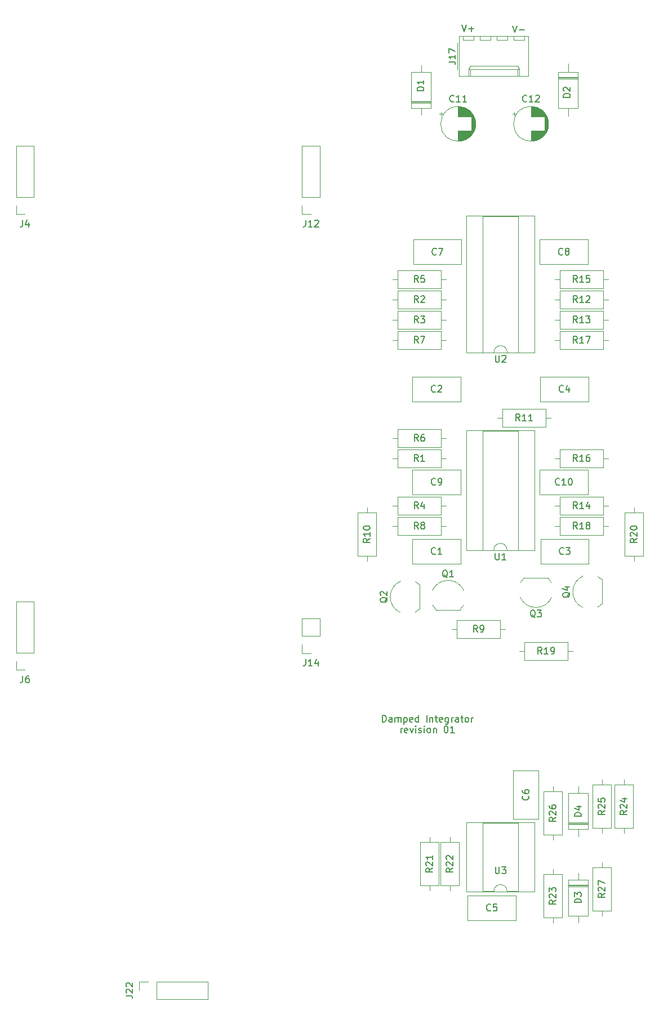
<source format=gto>
%TF.GenerationSoftware,KiCad,Pcbnew,(6.0.0-0)*%
%TF.CreationDate,2022-06-17T06:04:18+01:00*%
%TF.ProjectId,4u-damped-integrator,34752d64-616d-4706-9564-2d696e746567,r01*%
%TF.SameCoordinates,Original*%
%TF.FileFunction,Legend,Top*%
%TF.FilePolarity,Positive*%
%FSLAX46Y46*%
G04 Gerber Fmt 4.6, Leading zero omitted, Abs format (unit mm)*
G04 Created by KiCad (PCBNEW (6.0.0-0)) date 2022-06-17 06:04:18*
%MOMM*%
%LPD*%
G01*
G04 APERTURE LIST*
%ADD10C,0.150000*%
%ADD11C,0.120000*%
G04 APERTURE END LIST*
D10*
X92238095Y-136647380D02*
X92238095Y-135647380D01*
X92476190Y-135647380D01*
X92619047Y-135695000D01*
X92714285Y-135790238D01*
X92761904Y-135885476D01*
X92809523Y-136075952D01*
X92809523Y-136218809D01*
X92761904Y-136409285D01*
X92714285Y-136504523D01*
X92619047Y-136599761D01*
X92476190Y-136647380D01*
X92238095Y-136647380D01*
X93666666Y-136647380D02*
X93666666Y-136123571D01*
X93619047Y-136028333D01*
X93523809Y-135980714D01*
X93333333Y-135980714D01*
X93238095Y-136028333D01*
X93666666Y-136599761D02*
X93571428Y-136647380D01*
X93333333Y-136647380D01*
X93238095Y-136599761D01*
X93190476Y-136504523D01*
X93190476Y-136409285D01*
X93238095Y-136314047D01*
X93333333Y-136266428D01*
X93571428Y-136266428D01*
X93666666Y-136218809D01*
X94142857Y-136647380D02*
X94142857Y-135980714D01*
X94142857Y-136075952D02*
X94190476Y-136028333D01*
X94285714Y-135980714D01*
X94428571Y-135980714D01*
X94523809Y-136028333D01*
X94571428Y-136123571D01*
X94571428Y-136647380D01*
X94571428Y-136123571D02*
X94619047Y-136028333D01*
X94714285Y-135980714D01*
X94857142Y-135980714D01*
X94952380Y-136028333D01*
X95000000Y-136123571D01*
X95000000Y-136647380D01*
X95476190Y-135980714D02*
X95476190Y-136980714D01*
X95476190Y-136028333D02*
X95571428Y-135980714D01*
X95761904Y-135980714D01*
X95857142Y-136028333D01*
X95904761Y-136075952D01*
X95952380Y-136171190D01*
X95952380Y-136456904D01*
X95904761Y-136552142D01*
X95857142Y-136599761D01*
X95761904Y-136647380D01*
X95571428Y-136647380D01*
X95476190Y-136599761D01*
X96761904Y-136599761D02*
X96666666Y-136647380D01*
X96476190Y-136647380D01*
X96380952Y-136599761D01*
X96333333Y-136504523D01*
X96333333Y-136123571D01*
X96380952Y-136028333D01*
X96476190Y-135980714D01*
X96666666Y-135980714D01*
X96761904Y-136028333D01*
X96809523Y-136123571D01*
X96809523Y-136218809D01*
X96333333Y-136314047D01*
X97666666Y-136647380D02*
X97666666Y-135647380D01*
X97666666Y-136599761D02*
X97571428Y-136647380D01*
X97380952Y-136647380D01*
X97285714Y-136599761D01*
X97238095Y-136552142D01*
X97190476Y-136456904D01*
X97190476Y-136171190D01*
X97238095Y-136075952D01*
X97285714Y-136028333D01*
X97380952Y-135980714D01*
X97571428Y-135980714D01*
X97666666Y-136028333D01*
X98904761Y-136647380D02*
X98904761Y-135647380D01*
X99380952Y-135980714D02*
X99380952Y-136647380D01*
X99380952Y-136075952D02*
X99428571Y-136028333D01*
X99523809Y-135980714D01*
X99666666Y-135980714D01*
X99761904Y-136028333D01*
X99809523Y-136123571D01*
X99809523Y-136647380D01*
X100142857Y-135980714D02*
X100523809Y-135980714D01*
X100285714Y-135647380D02*
X100285714Y-136504523D01*
X100333333Y-136599761D01*
X100428571Y-136647380D01*
X100523809Y-136647380D01*
X101238095Y-136599761D02*
X101142857Y-136647380D01*
X100952380Y-136647380D01*
X100857142Y-136599761D01*
X100809523Y-136504523D01*
X100809523Y-136123571D01*
X100857142Y-136028333D01*
X100952380Y-135980714D01*
X101142857Y-135980714D01*
X101238095Y-136028333D01*
X101285714Y-136123571D01*
X101285714Y-136218809D01*
X100809523Y-136314047D01*
X102142857Y-135980714D02*
X102142857Y-136790238D01*
X102095238Y-136885476D01*
X102047619Y-136933095D01*
X101952380Y-136980714D01*
X101809523Y-136980714D01*
X101714285Y-136933095D01*
X102142857Y-136599761D02*
X102047619Y-136647380D01*
X101857142Y-136647380D01*
X101761904Y-136599761D01*
X101714285Y-136552142D01*
X101666666Y-136456904D01*
X101666666Y-136171190D01*
X101714285Y-136075952D01*
X101761904Y-136028333D01*
X101857142Y-135980714D01*
X102047619Y-135980714D01*
X102142857Y-136028333D01*
X102619047Y-136647380D02*
X102619047Y-135980714D01*
X102619047Y-136171190D02*
X102666666Y-136075952D01*
X102714285Y-136028333D01*
X102809523Y-135980714D01*
X102904761Y-135980714D01*
X103666666Y-136647380D02*
X103666666Y-136123571D01*
X103619047Y-136028333D01*
X103523809Y-135980714D01*
X103333333Y-135980714D01*
X103238095Y-136028333D01*
X103666666Y-136599761D02*
X103571428Y-136647380D01*
X103333333Y-136647380D01*
X103238095Y-136599761D01*
X103190476Y-136504523D01*
X103190476Y-136409285D01*
X103238095Y-136314047D01*
X103333333Y-136266428D01*
X103571428Y-136266428D01*
X103666666Y-136218809D01*
X104000000Y-135980714D02*
X104380952Y-135980714D01*
X104142857Y-135647380D02*
X104142857Y-136504523D01*
X104190476Y-136599761D01*
X104285714Y-136647380D01*
X104380952Y-136647380D01*
X104857142Y-136647380D02*
X104761904Y-136599761D01*
X104714285Y-136552142D01*
X104666666Y-136456904D01*
X104666666Y-136171190D01*
X104714285Y-136075952D01*
X104761904Y-136028333D01*
X104857142Y-135980714D01*
X105000000Y-135980714D01*
X105095238Y-136028333D01*
X105142857Y-136075952D01*
X105190476Y-136171190D01*
X105190476Y-136456904D01*
X105142857Y-136552142D01*
X105095238Y-136599761D01*
X105000000Y-136647380D01*
X104857142Y-136647380D01*
X105619047Y-136647380D02*
X105619047Y-135980714D01*
X105619047Y-136171190D02*
X105666666Y-136075952D01*
X105714285Y-136028333D01*
X105809523Y-135980714D01*
X105904761Y-135980714D01*
X95000000Y-138257380D02*
X95000000Y-137590714D01*
X95000000Y-137781190D02*
X95047619Y-137685952D01*
X95095238Y-137638333D01*
X95190476Y-137590714D01*
X95285714Y-137590714D01*
X96000000Y-138209761D02*
X95904761Y-138257380D01*
X95714285Y-138257380D01*
X95619047Y-138209761D01*
X95571428Y-138114523D01*
X95571428Y-137733571D01*
X95619047Y-137638333D01*
X95714285Y-137590714D01*
X95904761Y-137590714D01*
X96000000Y-137638333D01*
X96047619Y-137733571D01*
X96047619Y-137828809D01*
X95571428Y-137924047D01*
X96380952Y-137590714D02*
X96619047Y-138257380D01*
X96857142Y-137590714D01*
X97238095Y-138257380D02*
X97238095Y-137590714D01*
X97238095Y-137257380D02*
X97190476Y-137305000D01*
X97238095Y-137352619D01*
X97285714Y-137305000D01*
X97238095Y-137257380D01*
X97238095Y-137352619D01*
X97666666Y-138209761D02*
X97761904Y-138257380D01*
X97952380Y-138257380D01*
X98047619Y-138209761D01*
X98095238Y-138114523D01*
X98095238Y-138066904D01*
X98047619Y-137971666D01*
X97952380Y-137924047D01*
X97809523Y-137924047D01*
X97714285Y-137876428D01*
X97666666Y-137781190D01*
X97666666Y-137733571D01*
X97714285Y-137638333D01*
X97809523Y-137590714D01*
X97952380Y-137590714D01*
X98047619Y-137638333D01*
X98523809Y-138257380D02*
X98523809Y-137590714D01*
X98523809Y-137257380D02*
X98476190Y-137305000D01*
X98523809Y-137352619D01*
X98571428Y-137305000D01*
X98523809Y-137257380D01*
X98523809Y-137352619D01*
X99142857Y-138257380D02*
X99047619Y-138209761D01*
X99000000Y-138162142D01*
X98952380Y-138066904D01*
X98952380Y-137781190D01*
X99000000Y-137685952D01*
X99047619Y-137638333D01*
X99142857Y-137590714D01*
X99285714Y-137590714D01*
X99380952Y-137638333D01*
X99428571Y-137685952D01*
X99476190Y-137781190D01*
X99476190Y-138066904D01*
X99428571Y-138162142D01*
X99380952Y-138209761D01*
X99285714Y-138257380D01*
X99142857Y-138257380D01*
X99904761Y-137590714D02*
X99904761Y-138257380D01*
X99904761Y-137685952D02*
X99952380Y-137638333D01*
X100047619Y-137590714D01*
X100190476Y-137590714D01*
X100285714Y-137638333D01*
X100333333Y-137733571D01*
X100333333Y-138257380D01*
X101761904Y-137257380D02*
X101857142Y-137257380D01*
X101952380Y-137305000D01*
X102000000Y-137352619D01*
X102047619Y-137447857D01*
X102095238Y-137638333D01*
X102095238Y-137876428D01*
X102047619Y-138066904D01*
X102000000Y-138162142D01*
X101952380Y-138209761D01*
X101857142Y-138257380D01*
X101761904Y-138257380D01*
X101666666Y-138209761D01*
X101619047Y-138162142D01*
X101571428Y-138066904D01*
X101523809Y-137876428D01*
X101523809Y-137638333D01*
X101571428Y-137447857D01*
X101619047Y-137352619D01*
X101666666Y-137305000D01*
X101761904Y-137257380D01*
X103047619Y-138257380D02*
X102476190Y-138257380D01*
X102761904Y-138257380D02*
X102761904Y-137257380D01*
X102666666Y-137400238D01*
X102571428Y-137495476D01*
X102476190Y-137543095D01*
%TO.C,R21*%
X99766380Y-158630857D02*
X99290190Y-158964190D01*
X99766380Y-159202285D02*
X98766380Y-159202285D01*
X98766380Y-158821333D01*
X98814000Y-158726095D01*
X98861619Y-158678476D01*
X98956857Y-158630857D01*
X99099714Y-158630857D01*
X99194952Y-158678476D01*
X99242571Y-158726095D01*
X99290190Y-158821333D01*
X99290190Y-159202285D01*
X98861619Y-158249904D02*
X98814000Y-158202285D01*
X98766380Y-158107047D01*
X98766380Y-157868952D01*
X98814000Y-157773714D01*
X98861619Y-157726095D01*
X98956857Y-157678476D01*
X99052095Y-157678476D01*
X99194952Y-157726095D01*
X99766380Y-158297523D01*
X99766380Y-157678476D01*
X99766380Y-156726095D02*
X99766380Y-157297523D01*
X99766380Y-157011809D02*
X98766380Y-157011809D01*
X98909238Y-157107047D01*
X99004476Y-157202285D01*
X99052095Y-157297523D01*
%TO.C,Q2*%
X92999619Y-117951238D02*
X92952000Y-118046476D01*
X92856761Y-118141714D01*
X92713904Y-118284571D01*
X92666285Y-118379809D01*
X92666285Y-118475047D01*
X92904380Y-118427428D02*
X92856761Y-118522666D01*
X92761523Y-118617904D01*
X92571047Y-118665523D01*
X92237714Y-118665523D01*
X92047238Y-118617904D01*
X91952000Y-118522666D01*
X91904380Y-118427428D01*
X91904380Y-118236952D01*
X91952000Y-118141714D01*
X92047238Y-118046476D01*
X92237714Y-117998857D01*
X92571047Y-117998857D01*
X92761523Y-118046476D01*
X92856761Y-118141714D01*
X92904380Y-118236952D01*
X92904380Y-118427428D01*
X91999619Y-117617904D02*
X91952000Y-117570285D01*
X91904380Y-117475047D01*
X91904380Y-117236952D01*
X91952000Y-117141714D01*
X91999619Y-117094095D01*
X92094857Y-117046476D01*
X92190095Y-117046476D01*
X92332952Y-117094095D01*
X92904380Y-117665523D01*
X92904380Y-117046476D01*
%TO.C,Q3*%
X115220761Y-120947619D02*
X115125523Y-120900000D01*
X115030285Y-120804761D01*
X114887428Y-120661904D01*
X114792190Y-120614285D01*
X114696952Y-120614285D01*
X114744571Y-120852380D02*
X114649333Y-120804761D01*
X114554095Y-120709523D01*
X114506476Y-120519047D01*
X114506476Y-120185714D01*
X114554095Y-119995238D01*
X114649333Y-119900000D01*
X114744571Y-119852380D01*
X114935047Y-119852380D01*
X115030285Y-119900000D01*
X115125523Y-119995238D01*
X115173142Y-120185714D01*
X115173142Y-120519047D01*
X115125523Y-120709523D01*
X115030285Y-120804761D01*
X114935047Y-120852380D01*
X114744571Y-120852380D01*
X115506476Y-119852380D02*
X116125523Y-119852380D01*
X115792190Y-120233333D01*
X115935047Y-120233333D01*
X116030285Y-120280952D01*
X116077904Y-120328571D01*
X116125523Y-120423809D01*
X116125523Y-120661904D01*
X116077904Y-120757142D01*
X116030285Y-120804761D01*
X115935047Y-120852380D01*
X115649333Y-120852380D01*
X115554095Y-120804761D01*
X115506476Y-120757142D01*
%TO.C,C5*%
X108505333Y-164949142D02*
X108457714Y-164996761D01*
X108314857Y-165044380D01*
X108219619Y-165044380D01*
X108076761Y-164996761D01*
X107981523Y-164901523D01*
X107933904Y-164806285D01*
X107886285Y-164615809D01*
X107886285Y-164472952D01*
X107933904Y-164282476D01*
X107981523Y-164187238D01*
X108076761Y-164092000D01*
X108219619Y-164044380D01*
X108314857Y-164044380D01*
X108457714Y-164092000D01*
X108505333Y-164139619D01*
X109410095Y-164044380D02*
X108933904Y-164044380D01*
X108886285Y-164520571D01*
X108933904Y-164472952D01*
X109029142Y-164425333D01*
X109267238Y-164425333D01*
X109362476Y-164472952D01*
X109410095Y-164520571D01*
X109457714Y-164615809D01*
X109457714Y-164853904D01*
X109410095Y-164949142D01*
X109362476Y-164996761D01*
X109267238Y-165044380D01*
X109029142Y-165044380D01*
X108933904Y-164996761D01*
X108886285Y-164949142D01*
%TO.C,R22*%
X102814380Y-158630857D02*
X102338190Y-158964190D01*
X102814380Y-159202285D02*
X101814380Y-159202285D01*
X101814380Y-158821333D01*
X101862000Y-158726095D01*
X101909619Y-158678476D01*
X102004857Y-158630857D01*
X102147714Y-158630857D01*
X102242952Y-158678476D01*
X102290571Y-158726095D01*
X102338190Y-158821333D01*
X102338190Y-159202285D01*
X101909619Y-158249904D02*
X101862000Y-158202285D01*
X101814380Y-158107047D01*
X101814380Y-157868952D01*
X101862000Y-157773714D01*
X101909619Y-157726095D01*
X102004857Y-157678476D01*
X102100095Y-157678476D01*
X102242952Y-157726095D01*
X102814380Y-158297523D01*
X102814380Y-157678476D01*
X101909619Y-157297523D02*
X101862000Y-157249904D01*
X101814380Y-157154666D01*
X101814380Y-156916571D01*
X101862000Y-156821333D01*
X101909619Y-156773714D01*
X102004857Y-156726095D01*
X102100095Y-156726095D01*
X102242952Y-156773714D01*
X102814380Y-157345142D01*
X102814380Y-156726095D01*
%TO.C,R11*%
X112895142Y-91384380D02*
X112561809Y-90908190D01*
X112323714Y-91384380D02*
X112323714Y-90384380D01*
X112704666Y-90384380D01*
X112799904Y-90432000D01*
X112847523Y-90479619D01*
X112895142Y-90574857D01*
X112895142Y-90717714D01*
X112847523Y-90812952D01*
X112799904Y-90860571D01*
X112704666Y-90908190D01*
X112323714Y-90908190D01*
X113847523Y-91384380D02*
X113276095Y-91384380D01*
X113561809Y-91384380D02*
X113561809Y-90384380D01*
X113466571Y-90527238D01*
X113371333Y-90622476D01*
X113276095Y-90670095D01*
X114799904Y-91384380D02*
X114228476Y-91384380D01*
X114514190Y-91384380D02*
X114514190Y-90384380D01*
X114418952Y-90527238D01*
X114323714Y-90622476D01*
X114228476Y-90670095D01*
%TO.C,R8*%
X97623333Y-107640380D02*
X97290000Y-107164190D01*
X97051904Y-107640380D02*
X97051904Y-106640380D01*
X97432857Y-106640380D01*
X97528095Y-106688000D01*
X97575714Y-106735619D01*
X97623333Y-106830857D01*
X97623333Y-106973714D01*
X97575714Y-107068952D01*
X97528095Y-107116571D01*
X97432857Y-107164190D01*
X97051904Y-107164190D01*
X98194761Y-107068952D02*
X98099523Y-107021333D01*
X98051904Y-106973714D01*
X98004285Y-106878476D01*
X98004285Y-106830857D01*
X98051904Y-106735619D01*
X98099523Y-106688000D01*
X98194761Y-106640380D01*
X98385238Y-106640380D01*
X98480476Y-106688000D01*
X98528095Y-106735619D01*
X98575714Y-106830857D01*
X98575714Y-106878476D01*
X98528095Y-106973714D01*
X98480476Y-107021333D01*
X98385238Y-107068952D01*
X98194761Y-107068952D01*
X98099523Y-107116571D01*
X98051904Y-107164190D01*
X98004285Y-107259428D01*
X98004285Y-107449904D01*
X98051904Y-107545142D01*
X98099523Y-107592761D01*
X98194761Y-107640380D01*
X98385238Y-107640380D01*
X98480476Y-107592761D01*
X98528095Y-107545142D01*
X98575714Y-107449904D01*
X98575714Y-107259428D01*
X98528095Y-107164190D01*
X98480476Y-107116571D01*
X98385238Y-107068952D01*
%TO.C,U2*%
X109228095Y-81548380D02*
X109228095Y-82357904D01*
X109275714Y-82453142D01*
X109323333Y-82500761D01*
X109418571Y-82548380D01*
X109609047Y-82548380D01*
X109704285Y-82500761D01*
X109751904Y-82453142D01*
X109799523Y-82357904D01*
X109799523Y-81548380D01*
X110228095Y-81643619D02*
X110275714Y-81596000D01*
X110370952Y-81548380D01*
X110609047Y-81548380D01*
X110704285Y-81596000D01*
X110751904Y-81643619D01*
X110799523Y-81738857D01*
X110799523Y-81834095D01*
X110751904Y-81976952D01*
X110180476Y-82548380D01*
X110799523Y-82548380D01*
%TO.C,J14*%
X80690476Y-127222380D02*
X80690476Y-127936666D01*
X80642857Y-128079523D01*
X80547619Y-128174761D01*
X80404761Y-128222380D01*
X80309523Y-128222380D01*
X81690476Y-128222380D02*
X81119047Y-128222380D01*
X81404761Y-128222380D02*
X81404761Y-127222380D01*
X81309523Y-127365238D01*
X81214285Y-127460476D01*
X81119047Y-127508095D01*
X82547619Y-127555714D02*
X82547619Y-128222380D01*
X82309523Y-127174761D02*
X82071428Y-127889047D01*
X82690476Y-127889047D01*
%TO.C,R6*%
X97623333Y-94432380D02*
X97290000Y-93956190D01*
X97051904Y-94432380D02*
X97051904Y-93432380D01*
X97432857Y-93432380D01*
X97528095Y-93480000D01*
X97575714Y-93527619D01*
X97623333Y-93622857D01*
X97623333Y-93765714D01*
X97575714Y-93860952D01*
X97528095Y-93908571D01*
X97432857Y-93956190D01*
X97051904Y-93956190D01*
X98480476Y-93432380D02*
X98290000Y-93432380D01*
X98194761Y-93480000D01*
X98147142Y-93527619D01*
X98051904Y-93670476D01*
X98004285Y-93860952D01*
X98004285Y-94241904D01*
X98051904Y-94337142D01*
X98099523Y-94384761D01*
X98194761Y-94432380D01*
X98385238Y-94432380D01*
X98480476Y-94384761D01*
X98528095Y-94337142D01*
X98575714Y-94241904D01*
X98575714Y-94003809D01*
X98528095Y-93908571D01*
X98480476Y-93860952D01*
X98385238Y-93813333D01*
X98194761Y-93813333D01*
X98099523Y-93860952D01*
X98051904Y-93908571D01*
X98004285Y-94003809D01*
%TO.C,C3*%
X119467333Y-111355142D02*
X119419714Y-111402761D01*
X119276857Y-111450380D01*
X119181619Y-111450380D01*
X119038761Y-111402761D01*
X118943523Y-111307523D01*
X118895904Y-111212285D01*
X118848285Y-111021809D01*
X118848285Y-110878952D01*
X118895904Y-110688476D01*
X118943523Y-110593238D01*
X119038761Y-110498000D01*
X119181619Y-110450380D01*
X119276857Y-110450380D01*
X119419714Y-110498000D01*
X119467333Y-110545619D01*
X119800666Y-110450380D02*
X120419714Y-110450380D01*
X120086380Y-110831333D01*
X120229238Y-110831333D01*
X120324476Y-110878952D01*
X120372095Y-110926571D01*
X120419714Y-111021809D01*
X120419714Y-111259904D01*
X120372095Y-111355142D01*
X120324476Y-111402761D01*
X120229238Y-111450380D01*
X119943523Y-111450380D01*
X119848285Y-111402761D01*
X119800666Y-111355142D01*
%TO.C,R19*%
X116197142Y-126436380D02*
X115863809Y-125960190D01*
X115625714Y-126436380D02*
X115625714Y-125436380D01*
X116006666Y-125436380D01*
X116101904Y-125484000D01*
X116149523Y-125531619D01*
X116197142Y-125626857D01*
X116197142Y-125769714D01*
X116149523Y-125864952D01*
X116101904Y-125912571D01*
X116006666Y-125960190D01*
X115625714Y-125960190D01*
X117149523Y-126436380D02*
X116578095Y-126436380D01*
X116863809Y-126436380D02*
X116863809Y-125436380D01*
X116768571Y-125579238D01*
X116673333Y-125674476D01*
X116578095Y-125722095D01*
X117625714Y-126436380D02*
X117816190Y-126436380D01*
X117911428Y-126388761D01*
X117959047Y-126341142D01*
X118054285Y-126198285D01*
X118101904Y-126007809D01*
X118101904Y-125626857D01*
X118054285Y-125531619D01*
X118006666Y-125484000D01*
X117911428Y-125436380D01*
X117720952Y-125436380D01*
X117625714Y-125484000D01*
X117578095Y-125531619D01*
X117530476Y-125626857D01*
X117530476Y-125864952D01*
X117578095Y-125960190D01*
X117625714Y-126007809D01*
X117720952Y-126055428D01*
X117911428Y-126055428D01*
X118006666Y-126007809D01*
X118054285Y-125960190D01*
X118101904Y-125864952D01*
%TO.C,D4*%
X122118380Y-150818095D02*
X121118380Y-150818095D01*
X121118380Y-150580000D01*
X121166000Y-150437142D01*
X121261238Y-150341904D01*
X121356476Y-150294285D01*
X121546952Y-150246666D01*
X121689809Y-150246666D01*
X121880285Y-150294285D01*
X121975523Y-150341904D01*
X122070761Y-150437142D01*
X122118380Y-150580000D01*
X122118380Y-150818095D01*
X121451714Y-149389523D02*
X122118380Y-149389523D01*
X121070761Y-149627619D02*
X121785047Y-149865714D01*
X121785047Y-149246666D01*
%TO.C,R4*%
X97623333Y-104592380D02*
X97290000Y-104116190D01*
X97051904Y-104592380D02*
X97051904Y-103592380D01*
X97432857Y-103592380D01*
X97528095Y-103640000D01*
X97575714Y-103687619D01*
X97623333Y-103782857D01*
X97623333Y-103925714D01*
X97575714Y-104020952D01*
X97528095Y-104068571D01*
X97432857Y-104116190D01*
X97051904Y-104116190D01*
X98480476Y-103925714D02*
X98480476Y-104592380D01*
X98242380Y-103544761D02*
X98004285Y-104259047D01*
X98623333Y-104259047D01*
%TO.C,R10*%
X90368380Y-109100857D02*
X89892190Y-109434190D01*
X90368380Y-109672285D02*
X89368380Y-109672285D01*
X89368380Y-109291333D01*
X89416000Y-109196095D01*
X89463619Y-109148476D01*
X89558857Y-109100857D01*
X89701714Y-109100857D01*
X89796952Y-109148476D01*
X89844571Y-109196095D01*
X89892190Y-109291333D01*
X89892190Y-109672285D01*
X90368380Y-108148476D02*
X90368380Y-108719904D01*
X90368380Y-108434190D02*
X89368380Y-108434190D01*
X89511238Y-108529428D01*
X89606476Y-108624666D01*
X89654095Y-108719904D01*
X89368380Y-107529428D02*
X89368380Y-107434190D01*
X89416000Y-107338952D01*
X89463619Y-107291333D01*
X89558857Y-107243714D01*
X89749333Y-107196095D01*
X89987428Y-107196095D01*
X90177904Y-107243714D01*
X90273142Y-107291333D01*
X90320761Y-107338952D01*
X90368380Y-107434190D01*
X90368380Y-107529428D01*
X90320761Y-107624666D01*
X90273142Y-107672285D01*
X90177904Y-107719904D01*
X89987428Y-107767523D01*
X89749333Y-107767523D01*
X89558857Y-107719904D01*
X89463619Y-107672285D01*
X89416000Y-107624666D01*
X89368380Y-107529428D01*
%TO.C,R1*%
X97623333Y-97480380D02*
X97290000Y-97004190D01*
X97051904Y-97480380D02*
X97051904Y-96480380D01*
X97432857Y-96480380D01*
X97528095Y-96528000D01*
X97575714Y-96575619D01*
X97623333Y-96670857D01*
X97623333Y-96813714D01*
X97575714Y-96908952D01*
X97528095Y-96956571D01*
X97432857Y-97004190D01*
X97051904Y-97004190D01*
X98575714Y-97480380D02*
X98004285Y-97480380D01*
X98290000Y-97480380D02*
X98290000Y-96480380D01*
X98194761Y-96623238D01*
X98099523Y-96718476D01*
X98004285Y-96766095D01*
%TO.C,R14*%
X121531142Y-104592380D02*
X121197809Y-104116190D01*
X120959714Y-104592380D02*
X120959714Y-103592380D01*
X121340666Y-103592380D01*
X121435904Y-103640000D01*
X121483523Y-103687619D01*
X121531142Y-103782857D01*
X121531142Y-103925714D01*
X121483523Y-104020952D01*
X121435904Y-104068571D01*
X121340666Y-104116190D01*
X120959714Y-104116190D01*
X122483523Y-104592380D02*
X121912095Y-104592380D01*
X122197809Y-104592380D02*
X122197809Y-103592380D01*
X122102571Y-103735238D01*
X122007333Y-103830476D01*
X121912095Y-103878095D01*
X123340666Y-103925714D02*
X123340666Y-104592380D01*
X123102571Y-103544761D02*
X122864476Y-104259047D01*
X123483523Y-104259047D01*
%TO.C,D3*%
X122118380Y-163806095D02*
X121118380Y-163806095D01*
X121118380Y-163568000D01*
X121166000Y-163425142D01*
X121261238Y-163329904D01*
X121356476Y-163282285D01*
X121546952Y-163234666D01*
X121689809Y-163234666D01*
X121880285Y-163282285D01*
X121975523Y-163329904D01*
X122070761Y-163425142D01*
X122118380Y-163568000D01*
X122118380Y-163806095D01*
X121118380Y-162901333D02*
X121118380Y-162282285D01*
X121499333Y-162615619D01*
X121499333Y-162472761D01*
X121546952Y-162377523D01*
X121594571Y-162329904D01*
X121689809Y-162282285D01*
X121927904Y-162282285D01*
X122023142Y-162329904D01*
X122070761Y-162377523D01*
X122118380Y-162472761D01*
X122118380Y-162758476D01*
X122070761Y-162853714D01*
X122023142Y-162901333D01*
%TO.C,R18*%
X121531142Y-107640380D02*
X121197809Y-107164190D01*
X120959714Y-107640380D02*
X120959714Y-106640380D01*
X121340666Y-106640380D01*
X121435904Y-106688000D01*
X121483523Y-106735619D01*
X121531142Y-106830857D01*
X121531142Y-106973714D01*
X121483523Y-107068952D01*
X121435904Y-107116571D01*
X121340666Y-107164190D01*
X120959714Y-107164190D01*
X122483523Y-107640380D02*
X121912095Y-107640380D01*
X122197809Y-107640380D02*
X122197809Y-106640380D01*
X122102571Y-106783238D01*
X122007333Y-106878476D01*
X121912095Y-106926095D01*
X123054952Y-107068952D02*
X122959714Y-107021333D01*
X122912095Y-106973714D01*
X122864476Y-106878476D01*
X122864476Y-106830857D01*
X122912095Y-106735619D01*
X122959714Y-106688000D01*
X123054952Y-106640380D01*
X123245428Y-106640380D01*
X123340666Y-106688000D01*
X123388285Y-106735619D01*
X123435904Y-106830857D01*
X123435904Y-106878476D01*
X123388285Y-106973714D01*
X123340666Y-107021333D01*
X123245428Y-107068952D01*
X123054952Y-107068952D01*
X122959714Y-107116571D01*
X122912095Y-107164190D01*
X122864476Y-107259428D01*
X122864476Y-107449904D01*
X122912095Y-107545142D01*
X122959714Y-107592761D01*
X123054952Y-107640380D01*
X123245428Y-107640380D01*
X123340666Y-107592761D01*
X123388285Y-107545142D01*
X123435904Y-107449904D01*
X123435904Y-107259428D01*
X123388285Y-107164190D01*
X123340666Y-107116571D01*
X123245428Y-107068952D01*
%TO.C,D1*%
X98452380Y-41738095D02*
X97452380Y-41738095D01*
X97452380Y-41500000D01*
X97500000Y-41357142D01*
X97595238Y-41261904D01*
X97690476Y-41214285D01*
X97880952Y-41166666D01*
X98023809Y-41166666D01*
X98214285Y-41214285D01*
X98309523Y-41261904D01*
X98404761Y-41357142D01*
X98452380Y-41500000D01*
X98452380Y-41738095D01*
X98452380Y-40214285D02*
X98452380Y-40785714D01*
X98452380Y-40500000D02*
X97452380Y-40500000D01*
X97595238Y-40595238D01*
X97690476Y-40690476D01*
X97738095Y-40785714D01*
%TO.C,R15*%
X121531142Y-70556380D02*
X121197809Y-70080190D01*
X120959714Y-70556380D02*
X120959714Y-69556380D01*
X121340666Y-69556380D01*
X121435904Y-69604000D01*
X121483523Y-69651619D01*
X121531142Y-69746857D01*
X121531142Y-69889714D01*
X121483523Y-69984952D01*
X121435904Y-70032571D01*
X121340666Y-70080190D01*
X120959714Y-70080190D01*
X122483523Y-70556380D02*
X121912095Y-70556380D01*
X122197809Y-70556380D02*
X122197809Y-69556380D01*
X122102571Y-69699238D01*
X122007333Y-69794476D01*
X121912095Y-69842095D01*
X123388285Y-69556380D02*
X122912095Y-69556380D01*
X122864476Y-70032571D01*
X122912095Y-69984952D01*
X123007333Y-69937333D01*
X123245428Y-69937333D01*
X123340666Y-69984952D01*
X123388285Y-70032571D01*
X123435904Y-70127809D01*
X123435904Y-70365904D01*
X123388285Y-70461142D01*
X123340666Y-70508761D01*
X123245428Y-70556380D01*
X123007333Y-70556380D01*
X122912095Y-70508761D01*
X122864476Y-70461142D01*
%TO.C,R2*%
X97623333Y-73604380D02*
X97290000Y-73128190D01*
X97051904Y-73604380D02*
X97051904Y-72604380D01*
X97432857Y-72604380D01*
X97528095Y-72652000D01*
X97575714Y-72699619D01*
X97623333Y-72794857D01*
X97623333Y-72937714D01*
X97575714Y-73032952D01*
X97528095Y-73080571D01*
X97432857Y-73128190D01*
X97051904Y-73128190D01*
X98004285Y-72699619D02*
X98051904Y-72652000D01*
X98147142Y-72604380D01*
X98385238Y-72604380D01*
X98480476Y-72652000D01*
X98528095Y-72699619D01*
X98575714Y-72794857D01*
X98575714Y-72890095D01*
X98528095Y-73032952D01*
X97956666Y-73604380D01*
X98575714Y-73604380D01*
%TO.C,C10*%
X118857142Y-100941142D02*
X118809523Y-100988761D01*
X118666666Y-101036380D01*
X118571428Y-101036380D01*
X118428571Y-100988761D01*
X118333333Y-100893523D01*
X118285714Y-100798285D01*
X118238095Y-100607809D01*
X118238095Y-100464952D01*
X118285714Y-100274476D01*
X118333333Y-100179238D01*
X118428571Y-100084000D01*
X118571428Y-100036380D01*
X118666666Y-100036380D01*
X118809523Y-100084000D01*
X118857142Y-100131619D01*
X119809523Y-101036380D02*
X119238095Y-101036380D01*
X119523809Y-101036380D02*
X119523809Y-100036380D01*
X119428571Y-100179238D01*
X119333333Y-100274476D01*
X119238095Y-100322095D01*
X120428571Y-100036380D02*
X120523809Y-100036380D01*
X120619047Y-100084000D01*
X120666666Y-100131619D01*
X120714285Y-100226857D01*
X120761904Y-100417333D01*
X120761904Y-100655428D01*
X120714285Y-100845904D01*
X120666666Y-100941142D01*
X120619047Y-100988761D01*
X120523809Y-101036380D01*
X120428571Y-101036380D01*
X120333333Y-100988761D01*
X120285714Y-100941142D01*
X120238095Y-100845904D01*
X120190476Y-100655428D01*
X120190476Y-100417333D01*
X120238095Y-100226857D01*
X120285714Y-100131619D01*
X120333333Y-100084000D01*
X120428571Y-100036380D01*
%TO.C,C12*%
X113927142Y-43343142D02*
X113879523Y-43390761D01*
X113736666Y-43438380D01*
X113641428Y-43438380D01*
X113498571Y-43390761D01*
X113403333Y-43295523D01*
X113355714Y-43200285D01*
X113308095Y-43009809D01*
X113308095Y-42866952D01*
X113355714Y-42676476D01*
X113403333Y-42581238D01*
X113498571Y-42486000D01*
X113641428Y-42438380D01*
X113736666Y-42438380D01*
X113879523Y-42486000D01*
X113927142Y-42533619D01*
X114879523Y-43438380D02*
X114308095Y-43438380D01*
X114593809Y-43438380D02*
X114593809Y-42438380D01*
X114498571Y-42581238D01*
X114403333Y-42676476D01*
X114308095Y-42724095D01*
X115260476Y-42533619D02*
X115308095Y-42486000D01*
X115403333Y-42438380D01*
X115641428Y-42438380D01*
X115736666Y-42486000D01*
X115784285Y-42533619D01*
X115831904Y-42628857D01*
X115831904Y-42724095D01*
X115784285Y-42866952D01*
X115212857Y-43438380D01*
X115831904Y-43438380D01*
%TO.C,U3*%
X109220095Y-158434380D02*
X109220095Y-159243904D01*
X109267714Y-159339142D01*
X109315333Y-159386761D01*
X109410571Y-159434380D01*
X109601047Y-159434380D01*
X109696285Y-159386761D01*
X109743904Y-159339142D01*
X109791523Y-159243904D01*
X109791523Y-158434380D01*
X110172476Y-158434380D02*
X110791523Y-158434380D01*
X110458190Y-158815333D01*
X110601047Y-158815333D01*
X110696285Y-158862952D01*
X110743904Y-158910571D01*
X110791523Y-159005809D01*
X110791523Y-159243904D01*
X110743904Y-159339142D01*
X110696285Y-159386761D01*
X110601047Y-159434380D01*
X110315333Y-159434380D01*
X110220095Y-159386761D01*
X110172476Y-159339142D01*
%TO.C,R5*%
X97623333Y-70556380D02*
X97290000Y-70080190D01*
X97051904Y-70556380D02*
X97051904Y-69556380D01*
X97432857Y-69556380D01*
X97528095Y-69604000D01*
X97575714Y-69651619D01*
X97623333Y-69746857D01*
X97623333Y-69889714D01*
X97575714Y-69984952D01*
X97528095Y-70032571D01*
X97432857Y-70080190D01*
X97051904Y-70080190D01*
X98528095Y-69556380D02*
X98051904Y-69556380D01*
X98004285Y-70032571D01*
X98051904Y-69984952D01*
X98147142Y-69937333D01*
X98385238Y-69937333D01*
X98480476Y-69984952D01*
X98528095Y-70032571D01*
X98575714Y-70127809D01*
X98575714Y-70365904D01*
X98528095Y-70461142D01*
X98480476Y-70508761D01*
X98385238Y-70556380D01*
X98147142Y-70556380D01*
X98051904Y-70508761D01*
X98004285Y-70461142D01*
%TO.C,J22*%
X53682380Y-177809523D02*
X54396666Y-177809523D01*
X54539523Y-177857142D01*
X54634761Y-177952380D01*
X54682380Y-178095238D01*
X54682380Y-178190476D01*
X53777619Y-177380952D02*
X53730000Y-177333333D01*
X53682380Y-177238095D01*
X53682380Y-177000000D01*
X53730000Y-176904761D01*
X53777619Y-176857142D01*
X53872857Y-176809523D01*
X53968095Y-176809523D01*
X54110952Y-176857142D01*
X54682380Y-177428571D01*
X54682380Y-176809523D01*
X53777619Y-176428571D02*
X53730000Y-176380952D01*
X53682380Y-176285714D01*
X53682380Y-176047619D01*
X53730000Y-175952380D01*
X53777619Y-175904761D01*
X53872857Y-175857142D01*
X53968095Y-175857142D01*
X54110952Y-175904761D01*
X54682380Y-176476190D01*
X54682380Y-175857142D01*
%TO.C,R12*%
X121531142Y-73604380D02*
X121197809Y-73128190D01*
X120959714Y-73604380D02*
X120959714Y-72604380D01*
X121340666Y-72604380D01*
X121435904Y-72652000D01*
X121483523Y-72699619D01*
X121531142Y-72794857D01*
X121531142Y-72937714D01*
X121483523Y-73032952D01*
X121435904Y-73080571D01*
X121340666Y-73128190D01*
X120959714Y-73128190D01*
X122483523Y-73604380D02*
X121912095Y-73604380D01*
X122197809Y-73604380D02*
X122197809Y-72604380D01*
X122102571Y-72747238D01*
X122007333Y-72842476D01*
X121912095Y-72890095D01*
X122864476Y-72699619D02*
X122912095Y-72652000D01*
X123007333Y-72604380D01*
X123245428Y-72604380D01*
X123340666Y-72652000D01*
X123388285Y-72699619D01*
X123435904Y-72794857D01*
X123435904Y-72890095D01*
X123388285Y-73032952D01*
X122816857Y-73604380D01*
X123435904Y-73604380D01*
%TO.C,C9*%
X100203333Y-100941142D02*
X100155714Y-100988761D01*
X100012857Y-101036380D01*
X99917619Y-101036380D01*
X99774761Y-100988761D01*
X99679523Y-100893523D01*
X99631904Y-100798285D01*
X99584285Y-100607809D01*
X99584285Y-100464952D01*
X99631904Y-100274476D01*
X99679523Y-100179238D01*
X99774761Y-100084000D01*
X99917619Y-100036380D01*
X100012857Y-100036380D01*
X100155714Y-100084000D01*
X100203333Y-100131619D01*
X100679523Y-101036380D02*
X100870000Y-101036380D01*
X100965238Y-100988761D01*
X101012857Y-100941142D01*
X101108095Y-100798285D01*
X101155714Y-100607809D01*
X101155714Y-100226857D01*
X101108095Y-100131619D01*
X101060476Y-100084000D01*
X100965238Y-100036380D01*
X100774761Y-100036380D01*
X100679523Y-100084000D01*
X100631904Y-100131619D01*
X100584285Y-100226857D01*
X100584285Y-100464952D01*
X100631904Y-100560190D01*
X100679523Y-100607809D01*
X100774761Y-100655428D01*
X100965238Y-100655428D01*
X101060476Y-100607809D01*
X101108095Y-100560190D01*
X101155714Y-100464952D01*
%TO.C,C8*%
X119333333Y-66357142D02*
X119285714Y-66404761D01*
X119142857Y-66452380D01*
X119047619Y-66452380D01*
X118904761Y-66404761D01*
X118809523Y-66309523D01*
X118761904Y-66214285D01*
X118714285Y-66023809D01*
X118714285Y-65880952D01*
X118761904Y-65690476D01*
X118809523Y-65595238D01*
X118904761Y-65500000D01*
X119047619Y-65452380D01*
X119142857Y-65452380D01*
X119285714Y-65500000D01*
X119333333Y-65547619D01*
X119904761Y-65880952D02*
X119809523Y-65833333D01*
X119761904Y-65785714D01*
X119714285Y-65690476D01*
X119714285Y-65642857D01*
X119761904Y-65547619D01*
X119809523Y-65500000D01*
X119904761Y-65452380D01*
X120095238Y-65452380D01*
X120190476Y-65500000D01*
X120238095Y-65547619D01*
X120285714Y-65642857D01*
X120285714Y-65690476D01*
X120238095Y-65785714D01*
X120190476Y-65833333D01*
X120095238Y-65880952D01*
X119904761Y-65880952D01*
X119809523Y-65928571D01*
X119761904Y-65976190D01*
X119714285Y-66071428D01*
X119714285Y-66261904D01*
X119761904Y-66357142D01*
X119809523Y-66404761D01*
X119904761Y-66452380D01*
X120095238Y-66452380D01*
X120190476Y-66404761D01*
X120238095Y-66357142D01*
X120285714Y-66261904D01*
X120285714Y-66071428D01*
X120238095Y-65976190D01*
X120190476Y-65928571D01*
X120095238Y-65880952D01*
%TO.C,J12*%
X80690476Y-61222380D02*
X80690476Y-61936666D01*
X80642857Y-62079523D01*
X80547619Y-62174761D01*
X80404761Y-62222380D01*
X80309523Y-62222380D01*
X81690476Y-62222380D02*
X81119047Y-62222380D01*
X81404761Y-62222380D02*
X81404761Y-61222380D01*
X81309523Y-61365238D01*
X81214285Y-61460476D01*
X81119047Y-61508095D01*
X82071428Y-61317619D02*
X82119047Y-61270000D01*
X82214285Y-61222380D01*
X82452380Y-61222380D01*
X82547619Y-61270000D01*
X82595238Y-61317619D01*
X82642857Y-61412857D01*
X82642857Y-61508095D01*
X82595238Y-61650952D01*
X82023809Y-62222380D01*
X82642857Y-62222380D01*
%TO.C,R7*%
X97623333Y-79700380D02*
X97290000Y-79224190D01*
X97051904Y-79700380D02*
X97051904Y-78700380D01*
X97432857Y-78700380D01*
X97528095Y-78748000D01*
X97575714Y-78795619D01*
X97623333Y-78890857D01*
X97623333Y-79033714D01*
X97575714Y-79128952D01*
X97528095Y-79176571D01*
X97432857Y-79224190D01*
X97051904Y-79224190D01*
X97956666Y-78700380D02*
X98623333Y-78700380D01*
X98194761Y-79700380D01*
%TO.C,J17*%
X102195380Y-37405523D02*
X102909666Y-37405523D01*
X103052523Y-37453142D01*
X103147761Y-37548380D01*
X103195380Y-37691238D01*
X103195380Y-37786476D01*
X103195380Y-36405523D02*
X103195380Y-36976952D01*
X103195380Y-36691238D02*
X102195380Y-36691238D01*
X102338238Y-36786476D01*
X102433476Y-36881714D01*
X102481095Y-36976952D01*
X102195380Y-36072190D02*
X102195380Y-35405523D01*
X103195380Y-35834095D01*
X104203619Y-31857380D02*
X104536952Y-32857380D01*
X104870285Y-31857380D01*
X105203619Y-32476428D02*
X105965523Y-32476428D01*
X105584571Y-32857380D02*
X105584571Y-32095476D01*
X111823619Y-31984380D02*
X112156952Y-32984380D01*
X112490285Y-31984380D01*
X112823619Y-32603428D02*
X113585523Y-32603428D01*
%TO.C,R17*%
X121531142Y-79700380D02*
X121197809Y-79224190D01*
X120959714Y-79700380D02*
X120959714Y-78700380D01*
X121340666Y-78700380D01*
X121435904Y-78748000D01*
X121483523Y-78795619D01*
X121531142Y-78890857D01*
X121531142Y-79033714D01*
X121483523Y-79128952D01*
X121435904Y-79176571D01*
X121340666Y-79224190D01*
X120959714Y-79224190D01*
X122483523Y-79700380D02*
X121912095Y-79700380D01*
X122197809Y-79700380D02*
X122197809Y-78700380D01*
X122102571Y-78843238D01*
X122007333Y-78938476D01*
X121912095Y-78986095D01*
X122816857Y-78700380D02*
X123483523Y-78700380D01*
X123054952Y-79700380D01*
%TO.C,Q4*%
X120431619Y-117189238D02*
X120384000Y-117284476D01*
X120288761Y-117379714D01*
X120145904Y-117522571D01*
X120098285Y-117617809D01*
X120098285Y-117713047D01*
X120336380Y-117665428D02*
X120288761Y-117760666D01*
X120193523Y-117855904D01*
X120003047Y-117903523D01*
X119669714Y-117903523D01*
X119479238Y-117855904D01*
X119384000Y-117760666D01*
X119336380Y-117665428D01*
X119336380Y-117474952D01*
X119384000Y-117379714D01*
X119479238Y-117284476D01*
X119669714Y-117236857D01*
X120003047Y-117236857D01*
X120193523Y-117284476D01*
X120288761Y-117379714D01*
X120336380Y-117474952D01*
X120336380Y-117665428D01*
X119669714Y-116379714D02*
X120336380Y-116379714D01*
X119288761Y-116617809D02*
X120003047Y-116855904D01*
X120003047Y-116236857D01*
%TO.C,R23*%
X118308380Y-163456857D02*
X117832190Y-163790190D01*
X118308380Y-164028285D02*
X117308380Y-164028285D01*
X117308380Y-163647333D01*
X117356000Y-163552095D01*
X117403619Y-163504476D01*
X117498857Y-163456857D01*
X117641714Y-163456857D01*
X117736952Y-163504476D01*
X117784571Y-163552095D01*
X117832190Y-163647333D01*
X117832190Y-164028285D01*
X117403619Y-163075904D02*
X117356000Y-163028285D01*
X117308380Y-162933047D01*
X117308380Y-162694952D01*
X117356000Y-162599714D01*
X117403619Y-162552095D01*
X117498857Y-162504476D01*
X117594095Y-162504476D01*
X117736952Y-162552095D01*
X118308380Y-163123523D01*
X118308380Y-162504476D01*
X117308380Y-162171142D02*
X117308380Y-161552095D01*
X117689333Y-161885428D01*
X117689333Y-161742571D01*
X117736952Y-161647333D01*
X117784571Y-161599714D01*
X117879809Y-161552095D01*
X118117904Y-161552095D01*
X118213142Y-161599714D01*
X118260761Y-161647333D01*
X118308380Y-161742571D01*
X118308380Y-162028285D01*
X118260761Y-162123523D01*
X118213142Y-162171142D01*
%TO.C,R13*%
X121531142Y-76652380D02*
X121197809Y-76176190D01*
X120959714Y-76652380D02*
X120959714Y-75652380D01*
X121340666Y-75652380D01*
X121435904Y-75700000D01*
X121483523Y-75747619D01*
X121531142Y-75842857D01*
X121531142Y-75985714D01*
X121483523Y-76080952D01*
X121435904Y-76128571D01*
X121340666Y-76176190D01*
X120959714Y-76176190D01*
X122483523Y-76652380D02*
X121912095Y-76652380D01*
X122197809Y-76652380D02*
X122197809Y-75652380D01*
X122102571Y-75795238D01*
X122007333Y-75890476D01*
X121912095Y-75938095D01*
X122816857Y-75652380D02*
X123435904Y-75652380D01*
X123102571Y-76033333D01*
X123245428Y-76033333D01*
X123340666Y-76080952D01*
X123388285Y-76128571D01*
X123435904Y-76223809D01*
X123435904Y-76461904D01*
X123388285Y-76557142D01*
X123340666Y-76604761D01*
X123245428Y-76652380D01*
X122959714Y-76652380D01*
X122864476Y-76604761D01*
X122816857Y-76557142D01*
%TO.C,C7*%
X100333333Y-66357142D02*
X100285714Y-66404761D01*
X100142857Y-66452380D01*
X100047619Y-66452380D01*
X99904761Y-66404761D01*
X99809523Y-66309523D01*
X99761904Y-66214285D01*
X99714285Y-66023809D01*
X99714285Y-65880952D01*
X99761904Y-65690476D01*
X99809523Y-65595238D01*
X99904761Y-65500000D01*
X100047619Y-65452380D01*
X100142857Y-65452380D01*
X100285714Y-65500000D01*
X100333333Y-65547619D01*
X100666666Y-65452380D02*
X101333333Y-65452380D01*
X100904761Y-66452380D01*
%TO.C,R20*%
X130500380Y-109100857D02*
X130024190Y-109434190D01*
X130500380Y-109672285D02*
X129500380Y-109672285D01*
X129500380Y-109291333D01*
X129548000Y-109196095D01*
X129595619Y-109148476D01*
X129690857Y-109100857D01*
X129833714Y-109100857D01*
X129928952Y-109148476D01*
X129976571Y-109196095D01*
X130024190Y-109291333D01*
X130024190Y-109672285D01*
X129595619Y-108719904D02*
X129548000Y-108672285D01*
X129500380Y-108577047D01*
X129500380Y-108338952D01*
X129548000Y-108243714D01*
X129595619Y-108196095D01*
X129690857Y-108148476D01*
X129786095Y-108148476D01*
X129928952Y-108196095D01*
X130500380Y-108767523D01*
X130500380Y-108148476D01*
X129500380Y-107529428D02*
X129500380Y-107434190D01*
X129548000Y-107338952D01*
X129595619Y-107291333D01*
X129690857Y-107243714D01*
X129881333Y-107196095D01*
X130119428Y-107196095D01*
X130309904Y-107243714D01*
X130405142Y-107291333D01*
X130452761Y-107338952D01*
X130500380Y-107434190D01*
X130500380Y-107529428D01*
X130452761Y-107624666D01*
X130405142Y-107672285D01*
X130309904Y-107719904D01*
X130119428Y-107767523D01*
X129881333Y-107767523D01*
X129690857Y-107719904D01*
X129595619Y-107672285D01*
X129548000Y-107624666D01*
X129500380Y-107529428D01*
%TO.C,C2*%
X100203333Y-86971142D02*
X100155714Y-87018761D01*
X100012857Y-87066380D01*
X99917619Y-87066380D01*
X99774761Y-87018761D01*
X99679523Y-86923523D01*
X99631904Y-86828285D01*
X99584285Y-86637809D01*
X99584285Y-86494952D01*
X99631904Y-86304476D01*
X99679523Y-86209238D01*
X99774761Y-86114000D01*
X99917619Y-86066380D01*
X100012857Y-86066380D01*
X100155714Y-86114000D01*
X100203333Y-86161619D01*
X100584285Y-86161619D02*
X100631904Y-86114000D01*
X100727142Y-86066380D01*
X100965238Y-86066380D01*
X101060476Y-86114000D01*
X101108095Y-86161619D01*
X101155714Y-86256857D01*
X101155714Y-86352095D01*
X101108095Y-86494952D01*
X100536666Y-87066380D01*
X101155714Y-87066380D01*
%TO.C,R26*%
X118308380Y-151010857D02*
X117832190Y-151344190D01*
X118308380Y-151582285D02*
X117308380Y-151582285D01*
X117308380Y-151201333D01*
X117356000Y-151106095D01*
X117403619Y-151058476D01*
X117498857Y-151010857D01*
X117641714Y-151010857D01*
X117736952Y-151058476D01*
X117784571Y-151106095D01*
X117832190Y-151201333D01*
X117832190Y-151582285D01*
X117403619Y-150629904D02*
X117356000Y-150582285D01*
X117308380Y-150487047D01*
X117308380Y-150248952D01*
X117356000Y-150153714D01*
X117403619Y-150106095D01*
X117498857Y-150058476D01*
X117594095Y-150058476D01*
X117736952Y-150106095D01*
X118308380Y-150677523D01*
X118308380Y-150058476D01*
X117308380Y-149201333D02*
X117308380Y-149391809D01*
X117356000Y-149487047D01*
X117403619Y-149534666D01*
X117546476Y-149629904D01*
X117736952Y-149677523D01*
X118117904Y-149677523D01*
X118213142Y-149629904D01*
X118260761Y-149582285D01*
X118308380Y-149487047D01*
X118308380Y-149296571D01*
X118260761Y-149201333D01*
X118213142Y-149153714D01*
X118117904Y-149106095D01*
X117879809Y-149106095D01*
X117784571Y-149153714D01*
X117736952Y-149201333D01*
X117689333Y-149296571D01*
X117689333Y-149487047D01*
X117736952Y-149582285D01*
X117784571Y-149629904D01*
X117879809Y-149677523D01*
%TO.C,J4*%
X38166666Y-61222380D02*
X38166666Y-61936666D01*
X38119047Y-62079523D01*
X38023809Y-62174761D01*
X37880952Y-62222380D01*
X37785714Y-62222380D01*
X39071428Y-61555714D02*
X39071428Y-62222380D01*
X38833333Y-61174761D02*
X38595238Y-61889047D01*
X39214285Y-61889047D01*
%TO.C,C6*%
X114149142Y-147780666D02*
X114196761Y-147828285D01*
X114244380Y-147971142D01*
X114244380Y-148066380D01*
X114196761Y-148209238D01*
X114101523Y-148304476D01*
X114006285Y-148352095D01*
X113815809Y-148399714D01*
X113672952Y-148399714D01*
X113482476Y-148352095D01*
X113387238Y-148304476D01*
X113292000Y-148209238D01*
X113244380Y-148066380D01*
X113244380Y-147971142D01*
X113292000Y-147828285D01*
X113339619Y-147780666D01*
X113244380Y-146923523D02*
X113244380Y-147114000D01*
X113292000Y-147209238D01*
X113339619Y-147256857D01*
X113482476Y-147352095D01*
X113672952Y-147399714D01*
X114053904Y-147399714D01*
X114149142Y-147352095D01*
X114196761Y-147304476D01*
X114244380Y-147209238D01*
X114244380Y-147018761D01*
X114196761Y-146923523D01*
X114149142Y-146875904D01*
X114053904Y-146828285D01*
X113815809Y-146828285D01*
X113720571Y-146875904D01*
X113672952Y-146923523D01*
X113625333Y-147018761D01*
X113625333Y-147209238D01*
X113672952Y-147304476D01*
X113720571Y-147352095D01*
X113815809Y-147399714D01*
%TO.C,R3*%
X97623333Y-76652380D02*
X97290000Y-76176190D01*
X97051904Y-76652380D02*
X97051904Y-75652380D01*
X97432857Y-75652380D01*
X97528095Y-75700000D01*
X97575714Y-75747619D01*
X97623333Y-75842857D01*
X97623333Y-75985714D01*
X97575714Y-76080952D01*
X97528095Y-76128571D01*
X97432857Y-76176190D01*
X97051904Y-76176190D01*
X97956666Y-75652380D02*
X98575714Y-75652380D01*
X98242380Y-76033333D01*
X98385238Y-76033333D01*
X98480476Y-76080952D01*
X98528095Y-76128571D01*
X98575714Y-76223809D01*
X98575714Y-76461904D01*
X98528095Y-76557142D01*
X98480476Y-76604761D01*
X98385238Y-76652380D01*
X98099523Y-76652380D01*
X98004285Y-76604761D01*
X97956666Y-76557142D01*
%TO.C,R24*%
X128976380Y-149994857D02*
X128500190Y-150328190D01*
X128976380Y-150566285D02*
X127976380Y-150566285D01*
X127976380Y-150185333D01*
X128024000Y-150090095D01*
X128071619Y-150042476D01*
X128166857Y-149994857D01*
X128309714Y-149994857D01*
X128404952Y-150042476D01*
X128452571Y-150090095D01*
X128500190Y-150185333D01*
X128500190Y-150566285D01*
X128071619Y-149613904D02*
X128024000Y-149566285D01*
X127976380Y-149471047D01*
X127976380Y-149232952D01*
X128024000Y-149137714D01*
X128071619Y-149090095D01*
X128166857Y-149042476D01*
X128262095Y-149042476D01*
X128404952Y-149090095D01*
X128976380Y-149661523D01*
X128976380Y-149042476D01*
X128309714Y-148185333D02*
X128976380Y-148185333D01*
X127928761Y-148423428D02*
X128643047Y-148661523D01*
X128643047Y-148042476D01*
%TO.C,R9*%
X106513333Y-123134380D02*
X106180000Y-122658190D01*
X105941904Y-123134380D02*
X105941904Y-122134380D01*
X106322857Y-122134380D01*
X106418095Y-122182000D01*
X106465714Y-122229619D01*
X106513333Y-122324857D01*
X106513333Y-122467714D01*
X106465714Y-122562952D01*
X106418095Y-122610571D01*
X106322857Y-122658190D01*
X105941904Y-122658190D01*
X106989523Y-123134380D02*
X107180000Y-123134380D01*
X107275238Y-123086761D01*
X107322857Y-123039142D01*
X107418095Y-122896285D01*
X107465714Y-122705809D01*
X107465714Y-122324857D01*
X107418095Y-122229619D01*
X107370476Y-122182000D01*
X107275238Y-122134380D01*
X107084761Y-122134380D01*
X106989523Y-122182000D01*
X106941904Y-122229619D01*
X106894285Y-122324857D01*
X106894285Y-122562952D01*
X106941904Y-122658190D01*
X106989523Y-122705809D01*
X107084761Y-122753428D01*
X107275238Y-122753428D01*
X107370476Y-122705809D01*
X107418095Y-122658190D01*
X107465714Y-122562952D01*
%TO.C,R27*%
X125674380Y-162440857D02*
X125198190Y-162774190D01*
X125674380Y-163012285D02*
X124674380Y-163012285D01*
X124674380Y-162631333D01*
X124722000Y-162536095D01*
X124769619Y-162488476D01*
X124864857Y-162440857D01*
X125007714Y-162440857D01*
X125102952Y-162488476D01*
X125150571Y-162536095D01*
X125198190Y-162631333D01*
X125198190Y-163012285D01*
X124769619Y-162059904D02*
X124722000Y-162012285D01*
X124674380Y-161917047D01*
X124674380Y-161678952D01*
X124722000Y-161583714D01*
X124769619Y-161536095D01*
X124864857Y-161488476D01*
X124960095Y-161488476D01*
X125102952Y-161536095D01*
X125674380Y-162107523D01*
X125674380Y-161488476D01*
X124674380Y-161155142D02*
X124674380Y-160488476D01*
X125674380Y-160917047D01*
%TO.C,R16*%
X121531142Y-97480380D02*
X121197809Y-97004190D01*
X120959714Y-97480380D02*
X120959714Y-96480380D01*
X121340666Y-96480380D01*
X121435904Y-96528000D01*
X121483523Y-96575619D01*
X121531142Y-96670857D01*
X121531142Y-96813714D01*
X121483523Y-96908952D01*
X121435904Y-96956571D01*
X121340666Y-97004190D01*
X120959714Y-97004190D01*
X122483523Y-97480380D02*
X121912095Y-97480380D01*
X122197809Y-97480380D02*
X122197809Y-96480380D01*
X122102571Y-96623238D01*
X122007333Y-96718476D01*
X121912095Y-96766095D01*
X123340666Y-96480380D02*
X123150190Y-96480380D01*
X123054952Y-96528000D01*
X123007333Y-96575619D01*
X122912095Y-96718476D01*
X122864476Y-96908952D01*
X122864476Y-97289904D01*
X122912095Y-97385142D01*
X122959714Y-97432761D01*
X123054952Y-97480380D01*
X123245428Y-97480380D01*
X123340666Y-97432761D01*
X123388285Y-97385142D01*
X123435904Y-97289904D01*
X123435904Y-97051809D01*
X123388285Y-96956571D01*
X123340666Y-96908952D01*
X123245428Y-96861333D01*
X123054952Y-96861333D01*
X122959714Y-96908952D01*
X122912095Y-96956571D01*
X122864476Y-97051809D01*
%TO.C,C11*%
X102973142Y-43343142D02*
X102925523Y-43390761D01*
X102782666Y-43438380D01*
X102687428Y-43438380D01*
X102544571Y-43390761D01*
X102449333Y-43295523D01*
X102401714Y-43200285D01*
X102354095Y-43009809D01*
X102354095Y-42866952D01*
X102401714Y-42676476D01*
X102449333Y-42581238D01*
X102544571Y-42486000D01*
X102687428Y-42438380D01*
X102782666Y-42438380D01*
X102925523Y-42486000D01*
X102973142Y-42533619D01*
X103925523Y-43438380D02*
X103354095Y-43438380D01*
X103639809Y-43438380D02*
X103639809Y-42438380D01*
X103544571Y-42581238D01*
X103449333Y-42676476D01*
X103354095Y-42724095D01*
X104877904Y-43438380D02*
X104306476Y-43438380D01*
X104592190Y-43438380D02*
X104592190Y-42438380D01*
X104496952Y-42581238D01*
X104401714Y-42676476D01*
X104306476Y-42724095D01*
%TO.C,D2*%
X120452380Y-42738095D02*
X119452380Y-42738095D01*
X119452380Y-42500000D01*
X119500000Y-42357142D01*
X119595238Y-42261904D01*
X119690476Y-42214285D01*
X119880952Y-42166666D01*
X120023809Y-42166666D01*
X120214285Y-42214285D01*
X120309523Y-42261904D01*
X120404761Y-42357142D01*
X120452380Y-42500000D01*
X120452380Y-42738095D01*
X119547619Y-41785714D02*
X119500000Y-41738095D01*
X119452380Y-41642857D01*
X119452380Y-41404761D01*
X119500000Y-41309523D01*
X119547619Y-41261904D01*
X119642857Y-41214285D01*
X119738095Y-41214285D01*
X119880952Y-41261904D01*
X120452380Y-41833333D01*
X120452380Y-41214285D01*
%TO.C,C4*%
X119427333Y-86971142D02*
X119379714Y-87018761D01*
X119236857Y-87066380D01*
X119141619Y-87066380D01*
X118998761Y-87018761D01*
X118903523Y-86923523D01*
X118855904Y-86828285D01*
X118808285Y-86637809D01*
X118808285Y-86494952D01*
X118855904Y-86304476D01*
X118903523Y-86209238D01*
X118998761Y-86114000D01*
X119141619Y-86066380D01*
X119236857Y-86066380D01*
X119379714Y-86114000D01*
X119427333Y-86161619D01*
X120284476Y-86399714D02*
X120284476Y-87066380D01*
X120046380Y-86018761D02*
X119808285Y-86733047D01*
X120427333Y-86733047D01*
%TO.C,C1*%
X100203333Y-111355142D02*
X100155714Y-111402761D01*
X100012857Y-111450380D01*
X99917619Y-111450380D01*
X99774761Y-111402761D01*
X99679523Y-111307523D01*
X99631904Y-111212285D01*
X99584285Y-111021809D01*
X99584285Y-110878952D01*
X99631904Y-110688476D01*
X99679523Y-110593238D01*
X99774761Y-110498000D01*
X99917619Y-110450380D01*
X100012857Y-110450380D01*
X100155714Y-110498000D01*
X100203333Y-110545619D01*
X101155714Y-111450380D02*
X100584285Y-111450380D01*
X100870000Y-111450380D02*
X100870000Y-110450380D01*
X100774761Y-110593238D01*
X100679523Y-110688476D01*
X100584285Y-110736095D01*
%TO.C,Q1*%
X102012761Y-114949619D02*
X101917523Y-114902000D01*
X101822285Y-114806761D01*
X101679428Y-114663904D01*
X101584190Y-114616285D01*
X101488952Y-114616285D01*
X101536571Y-114854380D02*
X101441333Y-114806761D01*
X101346095Y-114711523D01*
X101298476Y-114521047D01*
X101298476Y-114187714D01*
X101346095Y-113997238D01*
X101441333Y-113902000D01*
X101536571Y-113854380D01*
X101727047Y-113854380D01*
X101822285Y-113902000D01*
X101917523Y-113997238D01*
X101965142Y-114187714D01*
X101965142Y-114521047D01*
X101917523Y-114711523D01*
X101822285Y-114806761D01*
X101727047Y-114854380D01*
X101536571Y-114854380D01*
X102917523Y-114854380D02*
X102346095Y-114854380D01*
X102631809Y-114854380D02*
X102631809Y-113854380D01*
X102536571Y-113997238D01*
X102441333Y-114092476D01*
X102346095Y-114140095D01*
%TO.C,U1*%
X109210095Y-111261380D02*
X109210095Y-112070904D01*
X109257714Y-112166142D01*
X109305333Y-112213761D01*
X109400571Y-112261380D01*
X109591047Y-112261380D01*
X109686285Y-112213761D01*
X109733904Y-112166142D01*
X109781523Y-112070904D01*
X109781523Y-111261380D01*
X110781523Y-112261380D02*
X110210095Y-112261380D01*
X110495809Y-112261380D02*
X110495809Y-111261380D01*
X110400571Y-111404238D01*
X110305333Y-111499476D01*
X110210095Y-111547095D01*
%TO.C,R25*%
X125674380Y-149994857D02*
X125198190Y-150328190D01*
X125674380Y-150566285D02*
X124674380Y-150566285D01*
X124674380Y-150185333D01*
X124722000Y-150090095D01*
X124769619Y-150042476D01*
X124864857Y-149994857D01*
X125007714Y-149994857D01*
X125102952Y-150042476D01*
X125150571Y-150090095D01*
X125198190Y-150185333D01*
X125198190Y-150566285D01*
X124769619Y-149613904D02*
X124722000Y-149566285D01*
X124674380Y-149471047D01*
X124674380Y-149232952D01*
X124722000Y-149137714D01*
X124769619Y-149090095D01*
X124864857Y-149042476D01*
X124960095Y-149042476D01*
X125102952Y-149090095D01*
X125674380Y-149661523D01*
X125674380Y-149042476D01*
X124674380Y-148137714D02*
X124674380Y-148613904D01*
X125150571Y-148661523D01*
X125102952Y-148613904D01*
X125055333Y-148518666D01*
X125055333Y-148280571D01*
X125102952Y-148185333D01*
X125150571Y-148137714D01*
X125245809Y-148090095D01*
X125483904Y-148090095D01*
X125579142Y-148137714D01*
X125626761Y-148185333D01*
X125674380Y-148280571D01*
X125674380Y-148518666D01*
X125626761Y-148613904D01*
X125579142Y-148661523D01*
%TO.C,J6*%
X38166666Y-129722380D02*
X38166666Y-130436666D01*
X38119047Y-130579523D01*
X38023809Y-130674761D01*
X37880952Y-130722380D01*
X37785714Y-130722380D01*
X39071428Y-129722380D02*
X38880952Y-129722380D01*
X38785714Y-129770000D01*
X38738095Y-129817619D01*
X38642857Y-129960476D01*
X38595238Y-130150952D01*
X38595238Y-130531904D01*
X38642857Y-130627142D01*
X38690476Y-130674761D01*
X38785714Y-130722380D01*
X38976190Y-130722380D01*
X39071428Y-130674761D01*
X39119047Y-130627142D01*
X39166666Y-130531904D01*
X39166666Y-130293809D01*
X39119047Y-130198571D01*
X39071428Y-130150952D01*
X38976190Y-130103333D01*
X38785714Y-130103333D01*
X38690476Y-130150952D01*
X38642857Y-130198571D01*
X38595238Y-130293809D01*
D11*
%TO.C,R21*%
X99314000Y-153948000D02*
X99314000Y-154718000D01*
X100684000Y-161258000D02*
X100684000Y-154718000D01*
X97944000Y-161258000D02*
X100684000Y-161258000D01*
X97944000Y-154718000D02*
X97944000Y-161258000D01*
X99314000Y-162028000D02*
X99314000Y-161258000D01*
X100684000Y-154718000D02*
X97944000Y-154718000D01*
%TO.C,Q2*%
X97862000Y-119656000D02*
X97862000Y-116056000D01*
X93412000Y-117856000D02*
G75*
G03*
X94913193Y-120212400I2600002J2D01*
G01*
X97134795Y-120180184D02*
G75*
G03*
X97862000Y-119656000I-1122789J2324175D01*
G01*
X97862000Y-116056000D02*
G75*
G03*
X97134795Y-115531816I-1849994J-1799991D01*
G01*
X94913193Y-115499600D02*
G75*
G03*
X93412000Y-117856000I1098804J-2356399D01*
G01*
%TO.C,Q3*%
X117116000Y-114990000D02*
X113516000Y-114990000D01*
X117640184Y-115717205D02*
G75*
G03*
X117116000Y-114990000I-2324175J-1122789D01*
G01*
X112959600Y-117938807D02*
G75*
G03*
X115316000Y-119440000I2356399J1098804D01*
G01*
X115316000Y-119440000D02*
G75*
G03*
X117672400Y-117938807I-2J2600002D01*
G01*
X113516000Y-114990000D02*
G75*
G03*
X112991816Y-115717205I1799991J-1849994D01*
G01*
%TO.C,C5*%
X112292000Y-162722000D02*
X112292000Y-166462000D01*
X105052000Y-162722000D02*
X112292000Y-162722000D01*
X105052000Y-166462000D02*
X112292000Y-166462000D01*
X105052000Y-162722000D02*
X105052000Y-166462000D01*
%TO.C,R22*%
X103732000Y-154718000D02*
X100992000Y-154718000D01*
X100992000Y-154718000D02*
X100992000Y-161258000D01*
X103732000Y-161258000D02*
X103732000Y-154718000D01*
X100992000Y-161258000D02*
X103732000Y-161258000D01*
X102362000Y-162028000D02*
X102362000Y-161258000D01*
X102362000Y-153948000D02*
X102362000Y-154718000D01*
%TO.C,R11*%
X116808000Y-89562000D02*
X110268000Y-89562000D01*
X116808000Y-92302000D02*
X116808000Y-89562000D01*
X109498000Y-90932000D02*
X110268000Y-90932000D01*
X110268000Y-92302000D02*
X116808000Y-92302000D01*
X117578000Y-90932000D02*
X116808000Y-90932000D01*
X110268000Y-89562000D02*
X110268000Y-92302000D01*
%TO.C,R8*%
X94520000Y-105818000D02*
X94520000Y-108558000D01*
X94520000Y-108558000D02*
X101060000Y-108558000D01*
X101060000Y-105818000D02*
X94520000Y-105818000D01*
X101830000Y-107188000D02*
X101060000Y-107188000D01*
X93750000Y-107188000D02*
X94520000Y-107188000D01*
X101060000Y-108558000D02*
X101060000Y-105818000D01*
%TO.C,U2*%
X104850000Y-81156000D02*
X115130000Y-81156000D01*
X107340000Y-81096000D02*
X108990000Y-81096000D01*
X115130000Y-60596000D02*
X104850000Y-60596000D01*
X104850000Y-60596000D02*
X104850000Y-81156000D01*
X115130000Y-81156000D02*
X115130000Y-60596000D01*
X107340000Y-60656000D02*
X107340000Y-81096000D01*
X112640000Y-81096000D02*
X112640000Y-60656000D01*
X110990000Y-81096000D02*
X112640000Y-81096000D01*
X112640000Y-60656000D02*
X107340000Y-60656000D01*
X110990000Y-81096000D02*
G75*
G03*
X108990000Y-81096000I-1000000J0D01*
G01*
%TO.C,J14*%
X82830000Y-123730000D02*
X82830000Y-121130000D01*
X80170000Y-126330000D02*
X80170000Y-125000000D01*
X81500000Y-126330000D02*
X80170000Y-126330000D01*
X82830000Y-121130000D02*
X80170000Y-121130000D01*
X80170000Y-123730000D02*
X80170000Y-121130000D01*
X82830000Y-123730000D02*
X80170000Y-123730000D01*
%TO.C,R6*%
X94520000Y-92610000D02*
X94520000Y-95350000D01*
X101060000Y-95350000D02*
X101060000Y-92610000D01*
X94520000Y-95350000D02*
X101060000Y-95350000D01*
X101830000Y-93980000D02*
X101060000Y-93980000D01*
X93750000Y-93980000D02*
X94520000Y-93980000D01*
X101060000Y-92610000D02*
X94520000Y-92610000D01*
%TO.C,C3*%
X123254000Y-112868000D02*
X116014000Y-112868000D01*
X123254000Y-109128000D02*
X116014000Y-109128000D01*
X123254000Y-112868000D02*
X123254000Y-109128000D01*
X116014000Y-112868000D02*
X116014000Y-109128000D01*
%TO.C,R19*%
X113570000Y-124614000D02*
X113570000Y-127354000D01*
X112800000Y-125984000D02*
X113570000Y-125984000D01*
X120110000Y-124614000D02*
X113570000Y-124614000D01*
X113570000Y-127354000D02*
X120110000Y-127354000D01*
X120880000Y-125984000D02*
X120110000Y-125984000D01*
X120110000Y-127354000D02*
X120110000Y-124614000D01*
%TO.C,D4*%
X121666000Y-153820000D02*
X121666000Y-152800000D01*
X120196000Y-152800000D02*
X123136000Y-152800000D01*
X123136000Y-152800000D02*
X123136000Y-147360000D01*
X120196000Y-151900000D02*
X123136000Y-151900000D01*
X120196000Y-152020000D02*
X123136000Y-152020000D01*
X121666000Y-146340000D02*
X121666000Y-147360000D01*
X120196000Y-147360000D02*
X120196000Y-152800000D01*
X123136000Y-147360000D02*
X120196000Y-147360000D01*
X120196000Y-151780000D02*
X123136000Y-151780000D01*
%TO.C,R4*%
X93750000Y-104140000D02*
X94520000Y-104140000D01*
X101060000Y-105510000D02*
X101060000Y-102770000D01*
X101060000Y-102770000D02*
X94520000Y-102770000D01*
X94520000Y-105510000D02*
X101060000Y-105510000D01*
X94520000Y-102770000D02*
X94520000Y-105510000D01*
X101830000Y-104140000D02*
X101060000Y-104140000D01*
%TO.C,R10*%
X89916000Y-112498000D02*
X89916000Y-111728000D01*
X91286000Y-111728000D02*
X91286000Y-105188000D01*
X89916000Y-104418000D02*
X89916000Y-105188000D01*
X88546000Y-105188000D02*
X88546000Y-111728000D01*
X88546000Y-111728000D02*
X91286000Y-111728000D01*
X91286000Y-105188000D02*
X88546000Y-105188000D01*
%TO.C,R1*%
X94520000Y-95658000D02*
X94520000Y-98398000D01*
X94520000Y-98398000D02*
X101060000Y-98398000D01*
X93750000Y-97028000D02*
X94520000Y-97028000D01*
X101060000Y-98398000D02*
X101060000Y-95658000D01*
X101830000Y-97028000D02*
X101060000Y-97028000D01*
X101060000Y-95658000D02*
X94520000Y-95658000D01*
%TO.C,R14*%
X118904000Y-102770000D02*
X118904000Y-105510000D01*
X118134000Y-104140000D02*
X118904000Y-104140000D01*
X125444000Y-105510000D02*
X125444000Y-102770000D01*
X126214000Y-104140000D02*
X125444000Y-104140000D01*
X125444000Y-102770000D02*
X118904000Y-102770000D01*
X118904000Y-105510000D02*
X125444000Y-105510000D01*
%TO.C,D3*%
X123136000Y-161128000D02*
X120196000Y-161128000D01*
X121666000Y-159328000D02*
X121666000Y-160348000D01*
X121666000Y-166808000D02*
X121666000Y-165788000D01*
X123136000Y-160348000D02*
X120196000Y-160348000D01*
X120196000Y-160348000D02*
X120196000Y-165788000D01*
X123136000Y-161248000D02*
X120196000Y-161248000D01*
X120196000Y-165788000D02*
X123136000Y-165788000D01*
X123136000Y-161368000D02*
X120196000Y-161368000D01*
X123136000Y-165788000D02*
X123136000Y-160348000D01*
%TO.C,R18*%
X118904000Y-108558000D02*
X125444000Y-108558000D01*
X125444000Y-105818000D02*
X118904000Y-105818000D01*
X118904000Y-105818000D02*
X118904000Y-108558000D01*
X125444000Y-108558000D02*
X125444000Y-105818000D01*
X126214000Y-107188000D02*
X125444000Y-107188000D01*
X118134000Y-107188000D02*
X118904000Y-107188000D01*
%TO.C,D1*%
X99514000Y-44376000D02*
X99514000Y-38936000D01*
X96574000Y-44376000D02*
X99514000Y-44376000D01*
X98044000Y-45396000D02*
X98044000Y-44376000D01*
X96574000Y-38936000D02*
X96574000Y-44376000D01*
X96574000Y-43476000D02*
X99514000Y-43476000D01*
X96574000Y-43356000D02*
X99514000Y-43356000D01*
X96574000Y-43596000D02*
X99514000Y-43596000D01*
X98044000Y-37916000D02*
X98044000Y-38936000D01*
X99514000Y-38936000D02*
X96574000Y-38936000D01*
%TO.C,R15*%
X118904000Y-68734000D02*
X118904000Y-71474000D01*
X125444000Y-68734000D02*
X118904000Y-68734000D01*
X118134000Y-70104000D02*
X118904000Y-70104000D01*
X125444000Y-71474000D02*
X125444000Y-68734000D01*
X118904000Y-71474000D02*
X125444000Y-71474000D01*
X126214000Y-70104000D02*
X125444000Y-70104000D01*
%TO.C,R2*%
X101060000Y-74522000D02*
X101060000Y-71782000D01*
X101060000Y-71782000D02*
X94520000Y-71782000D01*
X101830000Y-73152000D02*
X101060000Y-73152000D01*
X94520000Y-71782000D02*
X94520000Y-74522000D01*
X93750000Y-73152000D02*
X94520000Y-73152000D01*
X94520000Y-74522000D02*
X101060000Y-74522000D01*
%TO.C,C10*%
X115880000Y-102454000D02*
X115880000Y-98714000D01*
X123120000Y-102454000D02*
X123120000Y-98714000D01*
X123120000Y-98714000D02*
X115880000Y-98714000D01*
X123120000Y-102454000D02*
X115880000Y-102454000D01*
%TO.C,C12*%
X114970000Y-44186000D02*
X114970000Y-45696000D01*
X114770000Y-44163000D02*
X114770000Y-45696000D01*
X116571000Y-47776000D02*
X116571000Y-48389000D01*
X115971000Y-44561000D02*
X115971000Y-45696000D01*
X114570000Y-44156000D02*
X114570000Y-45696000D01*
X117011000Y-45821000D02*
X117011000Y-47651000D01*
X116251000Y-47776000D02*
X116251000Y-48707000D01*
X116251000Y-44765000D02*
X116251000Y-45696000D01*
X116691000Y-45236000D02*
X116691000Y-48236000D01*
X114850000Y-47776000D02*
X114850000Y-49301000D01*
X115371000Y-47776000D02*
X115371000Y-49191000D01*
X115491000Y-47776000D02*
X115491000Y-49150000D01*
X115411000Y-44294000D02*
X115411000Y-45696000D01*
X115010000Y-44193000D02*
X115010000Y-45696000D01*
X116451000Y-44951000D02*
X116451000Y-45696000D01*
X114650000Y-47776000D02*
X114650000Y-49315000D01*
X115531000Y-44338000D02*
X115531000Y-45696000D01*
X116451000Y-47776000D02*
X116451000Y-48521000D01*
X115010000Y-47776000D02*
X115010000Y-49279000D01*
X115891000Y-44512000D02*
X115891000Y-45696000D01*
X115731000Y-47776000D02*
X115731000Y-49046000D01*
X115291000Y-47776000D02*
X115291000Y-49216000D01*
X116891000Y-45558000D02*
X116891000Y-47914000D01*
X114730000Y-47776000D02*
X114730000Y-49312000D01*
X116851000Y-45485000D02*
X116851000Y-47987000D01*
X114570000Y-47776000D02*
X114570000Y-49316000D01*
X115571000Y-47776000D02*
X115571000Y-49118000D01*
X116171000Y-44701000D02*
X116171000Y-45696000D01*
X114690000Y-44158000D02*
X114690000Y-45696000D01*
X115891000Y-47776000D02*
X115891000Y-48960000D01*
X117131000Y-46218000D02*
X117131000Y-47254000D01*
X115331000Y-47776000D02*
X115331000Y-49204000D01*
X115250000Y-44245000D02*
X115250000Y-45696000D01*
X116411000Y-47776000D02*
X116411000Y-48562000D01*
X116931000Y-45638000D02*
X116931000Y-47834000D01*
X116131000Y-47776000D02*
X116131000Y-48801000D01*
X115170000Y-47776000D02*
X115170000Y-49247000D01*
X116051000Y-44614000D02*
X116051000Y-45696000D01*
X114610000Y-44156000D02*
X114610000Y-45696000D01*
X115451000Y-47776000D02*
X115451000Y-49164000D01*
X115611000Y-47776000D02*
X115611000Y-49101000D01*
X115691000Y-47776000D02*
X115691000Y-49065000D01*
X115090000Y-47776000D02*
X115090000Y-49264000D01*
X116211000Y-47776000D02*
X116211000Y-48740000D01*
X117051000Y-45931000D02*
X117051000Y-47541000D01*
X115050000Y-44200000D02*
X115050000Y-45696000D01*
X115771000Y-47776000D02*
X115771000Y-49026000D01*
X114770000Y-47776000D02*
X114770000Y-49309000D01*
X116491000Y-47776000D02*
X116491000Y-48479000D01*
X116811000Y-45417000D02*
X116811000Y-48055000D01*
X115170000Y-44225000D02*
X115170000Y-45696000D01*
X115851000Y-44489000D02*
X115851000Y-45696000D01*
X111765225Y-45261000D02*
X112265225Y-45261000D01*
X116371000Y-44872000D02*
X116371000Y-45696000D01*
X115971000Y-47776000D02*
X115971000Y-48911000D01*
X115090000Y-44208000D02*
X115090000Y-45696000D01*
X115331000Y-44268000D02*
X115331000Y-45696000D01*
X116731000Y-45293000D02*
X116731000Y-48179000D01*
X112015225Y-45011000D02*
X112015225Y-45511000D01*
X116531000Y-45037000D02*
X116531000Y-45696000D01*
X115371000Y-44281000D02*
X115371000Y-45696000D01*
X114930000Y-44180000D02*
X114930000Y-45696000D01*
X116611000Y-45131000D02*
X116611000Y-48341000D01*
X116091000Y-44641000D02*
X116091000Y-45696000D01*
X114890000Y-44175000D02*
X114890000Y-45696000D01*
X115811000Y-44468000D02*
X115811000Y-45696000D01*
X116651000Y-45182000D02*
X116651000Y-48290000D01*
X116291000Y-44799000D02*
X116291000Y-45696000D01*
X116971000Y-45725000D02*
X116971000Y-47747000D01*
X116011000Y-44587000D02*
X116011000Y-45696000D01*
X115811000Y-47776000D02*
X115811000Y-49004000D01*
X115731000Y-44426000D02*
X115731000Y-45696000D01*
X115931000Y-44536000D02*
X115931000Y-45696000D01*
X115291000Y-44256000D02*
X115291000Y-45696000D01*
X116531000Y-47776000D02*
X116531000Y-48435000D01*
X114810000Y-44167000D02*
X114810000Y-45696000D01*
X115931000Y-47776000D02*
X115931000Y-48936000D01*
X114930000Y-47776000D02*
X114930000Y-49292000D01*
X114730000Y-44160000D02*
X114730000Y-45696000D01*
X116171000Y-47776000D02*
X116171000Y-48771000D01*
X114650000Y-44157000D02*
X114650000Y-45696000D01*
X116491000Y-44993000D02*
X116491000Y-45696000D01*
X116411000Y-44910000D02*
X116411000Y-45696000D01*
X117091000Y-46059000D02*
X117091000Y-47413000D01*
X116291000Y-47776000D02*
X116291000Y-48673000D01*
X115210000Y-44235000D02*
X115210000Y-45696000D01*
X115691000Y-44407000D02*
X115691000Y-45696000D01*
X114810000Y-47776000D02*
X114810000Y-49305000D01*
X115651000Y-47776000D02*
X115651000Y-49084000D01*
X114890000Y-47776000D02*
X114890000Y-49297000D01*
X114690000Y-47776000D02*
X114690000Y-49314000D01*
X117171000Y-46452000D02*
X117171000Y-47020000D01*
X116091000Y-47776000D02*
X116091000Y-48831000D01*
X114850000Y-44171000D02*
X114850000Y-45696000D01*
X115571000Y-44354000D02*
X115571000Y-45696000D01*
X115130000Y-44216000D02*
X115130000Y-45696000D01*
X115050000Y-47776000D02*
X115050000Y-49272000D01*
X115531000Y-47776000D02*
X115531000Y-49134000D01*
X115250000Y-47776000D02*
X115250000Y-49227000D01*
X116371000Y-47776000D02*
X116371000Y-48600000D01*
X116211000Y-44732000D02*
X116211000Y-45696000D01*
X115491000Y-44322000D02*
X115491000Y-45696000D01*
X114610000Y-47776000D02*
X114610000Y-49316000D01*
X116331000Y-47776000D02*
X116331000Y-48637000D01*
X116771000Y-45353000D02*
X116771000Y-48119000D01*
X116331000Y-44835000D02*
X116331000Y-45696000D01*
X116011000Y-47776000D02*
X116011000Y-48885000D01*
X115130000Y-47776000D02*
X115130000Y-49256000D01*
X115651000Y-44388000D02*
X115651000Y-45696000D01*
X115210000Y-47776000D02*
X115210000Y-49237000D01*
X115411000Y-47776000D02*
X115411000Y-49178000D01*
X115771000Y-44446000D02*
X115771000Y-45696000D01*
X116571000Y-45083000D02*
X116571000Y-45696000D01*
X115611000Y-44371000D02*
X115611000Y-45696000D01*
X114970000Y-47776000D02*
X114970000Y-49286000D01*
X115851000Y-47776000D02*
X115851000Y-48983000D01*
X116131000Y-44671000D02*
X116131000Y-45696000D01*
X115451000Y-44308000D02*
X115451000Y-45696000D01*
X116051000Y-47776000D02*
X116051000Y-48858000D01*
X117190000Y-46736000D02*
G75*
G03*
X117190000Y-46736000I-2620000J0D01*
G01*
%TO.C,U3*%
X107332000Y-162112000D02*
X108982000Y-162112000D01*
X115122000Y-151772000D02*
X104842000Y-151772000D01*
X112632000Y-151832000D02*
X107332000Y-151832000D01*
X115122000Y-162172000D02*
X115122000Y-151772000D01*
X107332000Y-151832000D02*
X107332000Y-162112000D01*
X110982000Y-162112000D02*
X112632000Y-162112000D01*
X104842000Y-162172000D02*
X115122000Y-162172000D01*
X112632000Y-162112000D02*
X112632000Y-151832000D01*
X104842000Y-151772000D02*
X104842000Y-162172000D01*
X110982000Y-162112000D02*
G75*
G03*
X108982000Y-162112000I-1000000J0D01*
G01*
%TO.C,R5*%
X94520000Y-68734000D02*
X94520000Y-71474000D01*
X101060000Y-71474000D02*
X101060000Y-68734000D01*
X101830000Y-70104000D02*
X101060000Y-70104000D01*
X93750000Y-70104000D02*
X94520000Y-70104000D01*
X94520000Y-71474000D02*
X101060000Y-71474000D01*
X101060000Y-68734000D02*
X94520000Y-68734000D01*
%TO.C,J22*%
X55670000Y-177000000D02*
X55670000Y-175670000D01*
X55670000Y-175670000D02*
X57000000Y-175670000D01*
X58270000Y-175670000D02*
X65950000Y-175670000D01*
X65950000Y-178330000D02*
X65950000Y-175670000D01*
X58270000Y-178330000D02*
X65950000Y-178330000D01*
X58270000Y-178330000D02*
X58270000Y-175670000D01*
%TO.C,R12*%
X126214000Y-73152000D02*
X125444000Y-73152000D01*
X118904000Y-71782000D02*
X118904000Y-74522000D01*
X125444000Y-74522000D02*
X125444000Y-71782000D01*
X118904000Y-74522000D02*
X125444000Y-74522000D01*
X125444000Y-71782000D02*
X118904000Y-71782000D01*
X118134000Y-73152000D02*
X118904000Y-73152000D01*
%TO.C,C9*%
X103990000Y-102454000D02*
X96750000Y-102454000D01*
X103990000Y-102454000D02*
X103990000Y-98714000D01*
X96750000Y-102454000D02*
X96750000Y-98714000D01*
X103990000Y-98714000D02*
X96750000Y-98714000D01*
%TO.C,C8*%
X123120000Y-64130000D02*
X115880000Y-64130000D01*
X123120000Y-67870000D02*
X115880000Y-67870000D01*
X115880000Y-67870000D02*
X115880000Y-64130000D01*
X123120000Y-67870000D02*
X123120000Y-64130000D01*
%TO.C,J12*%
X82830000Y-57730000D02*
X82830000Y-50050000D01*
X80170000Y-60330000D02*
X80170000Y-59000000D01*
X80170000Y-57730000D02*
X80170000Y-50050000D01*
X82830000Y-57730000D02*
X80170000Y-57730000D01*
X81500000Y-60330000D02*
X80170000Y-60330000D01*
X82830000Y-50050000D02*
X80170000Y-50050000D01*
%TO.C,R7*%
X101060000Y-77878000D02*
X94520000Y-77878000D01*
X94520000Y-77878000D02*
X94520000Y-80618000D01*
X93750000Y-79248000D02*
X94520000Y-79248000D01*
X94520000Y-80618000D02*
X101060000Y-80618000D01*
X101830000Y-79248000D02*
X101060000Y-79248000D01*
X101060000Y-80618000D02*
X101060000Y-77878000D01*
%TO.C,J17*%
X103776000Y-39586000D02*
X114156000Y-39586000D01*
X103486000Y-34596000D02*
X103486000Y-38596000D01*
X113576000Y-34166000D02*
X113576000Y-33566000D01*
X109436000Y-34166000D02*
X111036000Y-34166000D01*
X109436000Y-33566000D02*
X109436000Y-34166000D01*
X112526000Y-38056000D02*
X112776000Y-38586000D01*
X112776000Y-38586000D02*
X112776000Y-39586000D01*
X105406000Y-38056000D02*
X112526000Y-38056000D01*
X105156000Y-38586000D02*
X105406000Y-38056000D01*
X112526000Y-39586000D02*
X112526000Y-38586000D01*
X105156000Y-39586000D02*
X105156000Y-38586000D01*
X105156000Y-38586000D02*
X112776000Y-38586000D01*
X114156000Y-33566000D02*
X103776000Y-33566000D01*
X104356000Y-33566000D02*
X104356000Y-34166000D01*
X104356000Y-34166000D02*
X105956000Y-34166000D01*
X106896000Y-33566000D02*
X106896000Y-34166000D01*
X111976000Y-33566000D02*
X111976000Y-34166000D01*
X111036000Y-34166000D02*
X111036000Y-33566000D01*
X111976000Y-34166000D02*
X113576000Y-34166000D01*
X108496000Y-34166000D02*
X108496000Y-33566000D01*
X114156000Y-39586000D02*
X114156000Y-33566000D01*
X103776000Y-33566000D02*
X103776000Y-39586000D01*
X106896000Y-34166000D02*
X108496000Y-34166000D01*
X105406000Y-39586000D02*
X105406000Y-38586000D01*
X105956000Y-34166000D02*
X105956000Y-33566000D01*
%TO.C,R17*%
X126214000Y-79248000D02*
X125444000Y-79248000D01*
X118134000Y-79248000D02*
X118904000Y-79248000D01*
X125444000Y-80618000D02*
X125444000Y-77878000D01*
X125444000Y-77878000D02*
X118904000Y-77878000D01*
X118904000Y-77878000D02*
X118904000Y-80618000D01*
X118904000Y-80618000D02*
X125444000Y-80618000D01*
%TO.C,Q4*%
X125294000Y-118894000D02*
X125294000Y-115294000D01*
X125294000Y-115294000D02*
G75*
G03*
X124566795Y-114769816I-1849994J-1799991D01*
G01*
X120844000Y-117094000D02*
G75*
G03*
X122345193Y-119450400I2600002J2D01*
G01*
X124566795Y-119418184D02*
G75*
G03*
X125294000Y-118894000I-1122789J2324175D01*
G01*
X122345193Y-114737600D02*
G75*
G03*
X120844000Y-117094000I1098804J-2356399D01*
G01*
%TO.C,R23*%
X117856000Y-166854000D02*
X117856000Y-166084000D01*
X119226000Y-159544000D02*
X116486000Y-159544000D01*
X117856000Y-158774000D02*
X117856000Y-159544000D01*
X119226000Y-166084000D02*
X119226000Y-159544000D01*
X116486000Y-159544000D02*
X116486000Y-166084000D01*
X116486000Y-166084000D02*
X119226000Y-166084000D01*
%TO.C,R13*%
X126214000Y-76200000D02*
X125444000Y-76200000D01*
X118904000Y-77570000D02*
X125444000Y-77570000D01*
X125444000Y-77570000D02*
X125444000Y-74830000D01*
X125444000Y-74830000D02*
X118904000Y-74830000D01*
X118134000Y-76200000D02*
X118904000Y-76200000D01*
X118904000Y-74830000D02*
X118904000Y-77570000D01*
%TO.C,C7*%
X104120000Y-67870000D02*
X104120000Y-64130000D01*
X104120000Y-64130000D02*
X96880000Y-64130000D01*
X96880000Y-67870000D02*
X96880000Y-64130000D01*
X104120000Y-67870000D02*
X96880000Y-67870000D01*
%TO.C,R20*%
X131418000Y-105188000D02*
X128678000Y-105188000D01*
X130048000Y-112498000D02*
X130048000Y-111728000D01*
X130048000Y-104418000D02*
X130048000Y-105188000D01*
X131418000Y-111728000D02*
X131418000Y-105188000D01*
X128678000Y-105188000D02*
X128678000Y-111728000D01*
X128678000Y-111728000D02*
X131418000Y-111728000D01*
%TO.C,C2*%
X103990000Y-84744000D02*
X96750000Y-84744000D01*
X103990000Y-88484000D02*
X103990000Y-84744000D01*
X103990000Y-88484000D02*
X96750000Y-88484000D01*
X96750000Y-88484000D02*
X96750000Y-84744000D01*
%TO.C,R26*%
X116486000Y-153638000D02*
X119226000Y-153638000D01*
X117856000Y-154408000D02*
X117856000Y-153638000D01*
X119226000Y-153638000D02*
X119226000Y-147098000D01*
X117856000Y-146328000D02*
X117856000Y-147098000D01*
X119226000Y-147098000D02*
X116486000Y-147098000D01*
X116486000Y-147098000D02*
X116486000Y-153638000D01*
%TO.C,J4*%
X37170000Y-60330000D02*
X37170000Y-59000000D01*
X39830000Y-57730000D02*
X39830000Y-50050000D01*
X39830000Y-57730000D02*
X37170000Y-57730000D01*
X39830000Y-50050000D02*
X37170000Y-50050000D01*
X37170000Y-57730000D02*
X37170000Y-50050000D01*
X38500000Y-60330000D02*
X37170000Y-60330000D01*
%TO.C,C6*%
X111922000Y-143994000D02*
X111922000Y-151234000D01*
X115662000Y-143994000D02*
X111922000Y-143994000D01*
X115662000Y-151234000D02*
X111922000Y-151234000D01*
X115662000Y-143994000D02*
X115662000Y-151234000D01*
%TO.C,R3*%
X101060000Y-77570000D02*
X101060000Y-74830000D01*
X94520000Y-77570000D02*
X101060000Y-77570000D01*
X101060000Y-74830000D02*
X94520000Y-74830000D01*
X93750000Y-76200000D02*
X94520000Y-76200000D01*
X101830000Y-76200000D02*
X101060000Y-76200000D01*
X94520000Y-74830000D02*
X94520000Y-77570000D01*
%TO.C,R24*%
X129894000Y-146082000D02*
X127154000Y-146082000D01*
X128524000Y-145312000D02*
X128524000Y-146082000D01*
X129894000Y-152622000D02*
X129894000Y-146082000D01*
X127154000Y-146082000D02*
X127154000Y-152622000D01*
X128524000Y-153392000D02*
X128524000Y-152622000D01*
X127154000Y-152622000D02*
X129894000Y-152622000D01*
%TO.C,R9*%
X110720000Y-122682000D02*
X109950000Y-122682000D01*
X103410000Y-124052000D02*
X109950000Y-124052000D01*
X109950000Y-121312000D02*
X103410000Y-121312000D01*
X103410000Y-121312000D02*
X103410000Y-124052000D01*
X102640000Y-122682000D02*
X103410000Y-122682000D01*
X109950000Y-124052000D02*
X109950000Y-121312000D01*
%TO.C,R27*%
X126592000Y-158528000D02*
X123852000Y-158528000D01*
X123852000Y-158528000D02*
X123852000Y-165068000D01*
X125222000Y-165838000D02*
X125222000Y-165068000D01*
X123852000Y-165068000D02*
X126592000Y-165068000D01*
X126592000Y-165068000D02*
X126592000Y-158528000D01*
X125222000Y-157758000D02*
X125222000Y-158528000D01*
%TO.C,R16*%
X126214000Y-97028000D02*
X125444000Y-97028000D01*
X125444000Y-95658000D02*
X118904000Y-95658000D01*
X125444000Y-98398000D02*
X125444000Y-95658000D01*
X118904000Y-95658000D02*
X118904000Y-98398000D01*
X118134000Y-97028000D02*
X118904000Y-97028000D01*
X118904000Y-98398000D02*
X125444000Y-98398000D01*
%TO.C,C11*%
X104497000Y-44308000D02*
X104497000Y-45696000D01*
X105257000Y-47776000D02*
X105257000Y-48740000D01*
X104096000Y-44200000D02*
X104096000Y-45696000D01*
X105977000Y-45638000D02*
X105977000Y-47834000D01*
X105777000Y-45293000D02*
X105777000Y-48179000D01*
X104657000Y-44371000D02*
X104657000Y-45696000D01*
X103896000Y-47776000D02*
X103896000Y-49301000D01*
X105377000Y-44835000D02*
X105377000Y-45696000D01*
X106217000Y-46452000D02*
X106217000Y-47020000D01*
X104937000Y-47776000D02*
X104937000Y-48960000D01*
X105137000Y-47776000D02*
X105137000Y-48831000D01*
X104337000Y-47776000D02*
X104337000Y-49216000D01*
X104457000Y-47776000D02*
X104457000Y-49178000D01*
X104697000Y-47776000D02*
X104697000Y-49084000D01*
X105297000Y-47776000D02*
X105297000Y-48707000D01*
X104937000Y-44512000D02*
X104937000Y-45696000D01*
X104897000Y-44489000D02*
X104897000Y-45696000D01*
X104216000Y-44225000D02*
X104216000Y-45696000D01*
X104136000Y-47776000D02*
X104136000Y-49264000D01*
X103896000Y-44171000D02*
X103896000Y-45696000D01*
X105857000Y-45417000D02*
X105857000Y-48055000D01*
X105297000Y-44765000D02*
X105297000Y-45696000D01*
X104617000Y-47776000D02*
X104617000Y-49118000D01*
X104457000Y-44294000D02*
X104457000Y-45696000D01*
X104857000Y-47776000D02*
X104857000Y-49004000D01*
X103936000Y-47776000D02*
X103936000Y-49297000D01*
X103856000Y-47776000D02*
X103856000Y-49305000D01*
X103616000Y-44156000D02*
X103616000Y-45696000D01*
X104377000Y-44268000D02*
X104377000Y-45696000D01*
X105017000Y-44561000D02*
X105017000Y-45696000D01*
X103976000Y-44180000D02*
X103976000Y-45696000D01*
X105817000Y-45353000D02*
X105817000Y-48119000D01*
X103696000Y-44157000D02*
X103696000Y-45696000D01*
X104176000Y-47776000D02*
X104176000Y-49256000D01*
X105537000Y-44993000D02*
X105537000Y-45696000D01*
X105577000Y-45037000D02*
X105577000Y-45696000D01*
X105217000Y-44701000D02*
X105217000Y-45696000D01*
X103976000Y-47776000D02*
X103976000Y-49292000D01*
X104977000Y-47776000D02*
X104977000Y-48936000D01*
X103816000Y-47776000D02*
X103816000Y-49309000D01*
X106057000Y-45821000D02*
X106057000Y-47651000D01*
X104056000Y-44193000D02*
X104056000Y-45696000D01*
X105417000Y-47776000D02*
X105417000Y-48600000D01*
X104216000Y-47776000D02*
X104216000Y-49247000D01*
X106017000Y-45725000D02*
X106017000Y-47747000D01*
X105937000Y-45558000D02*
X105937000Y-47914000D01*
X105097000Y-44614000D02*
X105097000Y-45696000D01*
X106097000Y-45931000D02*
X106097000Y-47541000D01*
X104296000Y-44245000D02*
X104296000Y-45696000D01*
X103656000Y-44156000D02*
X103656000Y-45696000D01*
X104537000Y-44322000D02*
X104537000Y-45696000D01*
X105097000Y-47776000D02*
X105097000Y-48858000D01*
X104777000Y-47776000D02*
X104777000Y-49046000D01*
X105217000Y-47776000D02*
X105217000Y-48771000D01*
X105457000Y-44910000D02*
X105457000Y-45696000D01*
X104337000Y-44256000D02*
X104337000Y-45696000D01*
X104417000Y-47776000D02*
X104417000Y-49191000D01*
X105417000Y-44872000D02*
X105417000Y-45696000D01*
X104417000Y-44281000D02*
X104417000Y-45696000D01*
X104777000Y-44426000D02*
X104777000Y-45696000D01*
X104056000Y-47776000D02*
X104056000Y-49279000D01*
X103656000Y-47776000D02*
X103656000Y-49316000D01*
X105337000Y-47776000D02*
X105337000Y-48673000D01*
X104737000Y-44407000D02*
X104737000Y-45696000D01*
X104657000Y-47776000D02*
X104657000Y-49101000D01*
X105017000Y-47776000D02*
X105017000Y-48911000D01*
X103776000Y-44160000D02*
X103776000Y-45696000D01*
X104096000Y-47776000D02*
X104096000Y-49272000D01*
X104377000Y-47776000D02*
X104377000Y-49204000D01*
X105057000Y-47776000D02*
X105057000Y-48885000D01*
X105457000Y-47776000D02*
X105457000Y-48562000D01*
X104497000Y-47776000D02*
X104497000Y-49164000D01*
X105257000Y-44732000D02*
X105257000Y-45696000D01*
X104697000Y-44388000D02*
X104697000Y-45696000D01*
X104016000Y-47776000D02*
X104016000Y-49286000D01*
X104817000Y-47776000D02*
X104817000Y-49026000D01*
X103936000Y-44175000D02*
X103936000Y-45696000D01*
X105497000Y-47776000D02*
X105497000Y-48521000D01*
X105617000Y-47776000D02*
X105617000Y-48389000D01*
X105377000Y-47776000D02*
X105377000Y-48637000D01*
X106177000Y-46218000D02*
X106177000Y-47254000D01*
X104256000Y-44235000D02*
X104256000Y-45696000D01*
X105057000Y-44587000D02*
X105057000Y-45696000D01*
X104737000Y-47776000D02*
X104737000Y-49065000D01*
X103816000Y-44163000D02*
X103816000Y-45696000D01*
X104617000Y-44354000D02*
X104617000Y-45696000D01*
X103736000Y-44158000D02*
X103736000Y-45696000D01*
X105617000Y-45083000D02*
X105617000Y-45696000D01*
X106137000Y-46059000D02*
X106137000Y-47413000D01*
X104136000Y-44208000D02*
X104136000Y-45696000D01*
X105737000Y-45236000D02*
X105737000Y-48236000D01*
X105177000Y-44671000D02*
X105177000Y-45696000D01*
X104577000Y-44338000D02*
X104577000Y-45696000D01*
X105177000Y-47776000D02*
X105177000Y-48801000D01*
X104857000Y-44468000D02*
X104857000Y-45696000D01*
X104977000Y-44536000D02*
X104977000Y-45696000D01*
X103616000Y-47776000D02*
X103616000Y-49316000D01*
X104537000Y-47776000D02*
X104537000Y-49150000D01*
X104897000Y-47776000D02*
X104897000Y-48983000D01*
X104176000Y-44216000D02*
X104176000Y-45696000D01*
X104817000Y-44446000D02*
X104817000Y-45696000D01*
X105577000Y-47776000D02*
X105577000Y-48435000D01*
X103736000Y-47776000D02*
X103736000Y-49314000D01*
X100811225Y-45261000D02*
X101311225Y-45261000D01*
X105657000Y-45131000D02*
X105657000Y-48341000D01*
X101061225Y-45011000D02*
X101061225Y-45511000D01*
X103776000Y-47776000D02*
X103776000Y-49312000D01*
X104016000Y-44186000D02*
X104016000Y-45696000D01*
X105497000Y-44951000D02*
X105497000Y-45696000D01*
X105697000Y-45182000D02*
X105697000Y-48290000D01*
X103696000Y-47776000D02*
X103696000Y-49315000D01*
X104256000Y-47776000D02*
X104256000Y-49237000D01*
X103856000Y-44167000D02*
X103856000Y-45696000D01*
X105537000Y-47776000D02*
X105537000Y-48479000D01*
X105337000Y-44799000D02*
X105337000Y-45696000D01*
X105137000Y-44641000D02*
X105137000Y-45696000D01*
X104296000Y-47776000D02*
X104296000Y-49227000D01*
X104577000Y-47776000D02*
X104577000Y-49134000D01*
X105897000Y-45485000D02*
X105897000Y-47987000D01*
X106236000Y-46736000D02*
G75*
G03*
X106236000Y-46736000I-2620000J0D01*
G01*
%TO.C,D2*%
X120142000Y-45596000D02*
X120142000Y-44376000D01*
X121612000Y-44376000D02*
X121612000Y-38936000D01*
X121612000Y-38936000D02*
X118672000Y-38936000D01*
X121612000Y-39716000D02*
X118672000Y-39716000D01*
X121612000Y-39836000D02*
X118672000Y-39836000D01*
X120142000Y-37716000D02*
X120142000Y-38936000D01*
X118672000Y-38936000D02*
X118672000Y-44376000D01*
X118672000Y-44376000D02*
X121612000Y-44376000D01*
X121612000Y-39956000D02*
X118672000Y-39956000D01*
%TO.C,C4*%
X115974000Y-84744000D02*
X115974000Y-88484000D01*
X123214000Y-84744000D02*
X123214000Y-88484000D01*
X115974000Y-84744000D02*
X123214000Y-84744000D01*
X115974000Y-88484000D02*
X123214000Y-88484000D01*
%TO.C,C1*%
X96750000Y-112868000D02*
X103990000Y-112868000D01*
X103990000Y-109128000D02*
X103990000Y-112868000D01*
X96750000Y-109128000D02*
X96750000Y-112868000D01*
X96750000Y-109128000D02*
X103990000Y-109128000D01*
%TO.C,Q1*%
X100308000Y-119812000D02*
X103908000Y-119812000D01*
X102108000Y-115362000D02*
G75*
G03*
X99751600Y-116863193I2J-2600002D01*
G01*
X103908000Y-119812000D02*
G75*
G03*
X104432184Y-119084795I-1799991J1849994D01*
G01*
X99783816Y-119084795D02*
G75*
G03*
X100308000Y-119812000I2324175J1122789D01*
G01*
X104464400Y-116863193D02*
G75*
G03*
X102108000Y-115362000I-2356399J-1098804D01*
G01*
%TO.C,U1*%
X104832000Y-92849000D02*
X104832000Y-110869000D01*
X107322000Y-92909000D02*
X107322000Y-110809000D01*
X110972000Y-110809000D02*
X112622000Y-110809000D01*
X112622000Y-110809000D02*
X112622000Y-92909000D01*
X112622000Y-92909000D02*
X107322000Y-92909000D01*
X115112000Y-92849000D02*
X104832000Y-92849000D01*
X115112000Y-110869000D02*
X115112000Y-92849000D01*
X107322000Y-110809000D02*
X108972000Y-110809000D01*
X104832000Y-110869000D02*
X115112000Y-110869000D01*
X110972000Y-110809000D02*
G75*
G03*
X108972000Y-110809000I-1000000J0D01*
G01*
%TO.C,R25*%
X123852000Y-152622000D02*
X126592000Y-152622000D01*
X125222000Y-145312000D02*
X125222000Y-146082000D01*
X125222000Y-153392000D02*
X125222000Y-152622000D01*
X126592000Y-152622000D02*
X126592000Y-146082000D01*
X126592000Y-146082000D02*
X123852000Y-146082000D01*
X123852000Y-146082000D02*
X123852000Y-152622000D01*
%TO.C,J6*%
X37170000Y-126230000D02*
X37170000Y-118550000D01*
X37170000Y-128830000D02*
X37170000Y-127500000D01*
X39830000Y-126230000D02*
X37170000Y-126230000D01*
X39830000Y-126230000D02*
X39830000Y-118550000D01*
X38500000Y-128830000D02*
X37170000Y-128830000D01*
X39830000Y-118550000D02*
X37170000Y-118550000D01*
%TD*%
M02*

</source>
